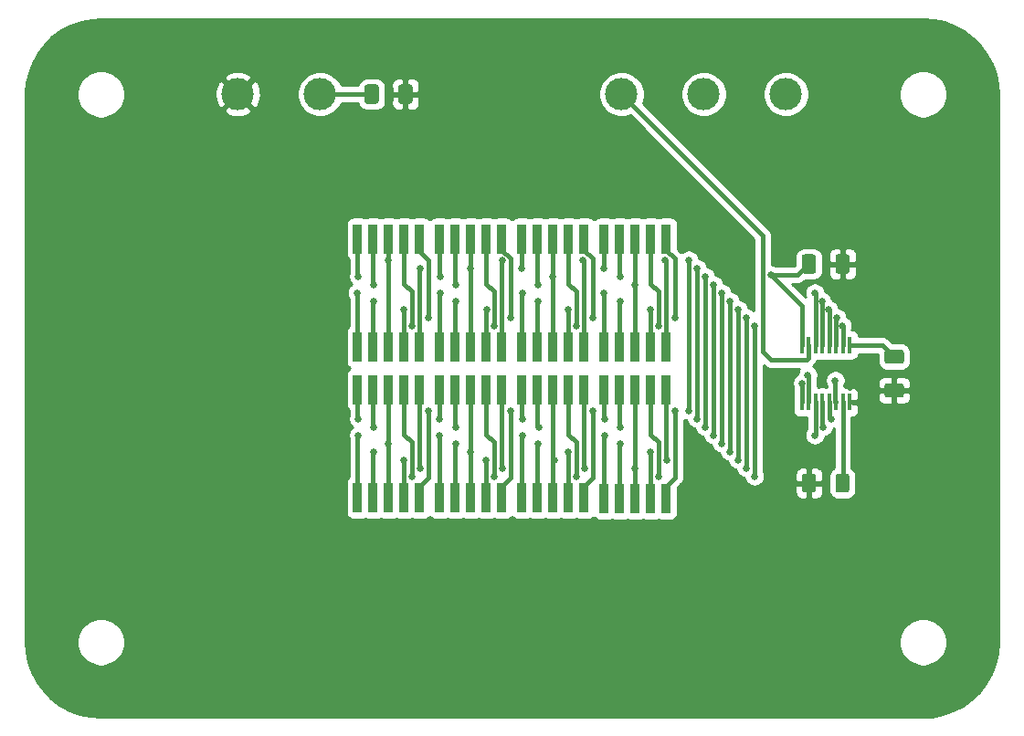
<source format=gbr>
%TF.GenerationSoftware,KiCad,Pcbnew,5.1.9+dfsg1-1*%
%TF.CreationDate,2021-03-24T19:05:18-05:00*%
%TF.ProjectId,7seg-prototype,37736567-2d70-4726-9f74-6f747970652e,1.0.0*%
%TF.SameCoordinates,Original*%
%TF.FileFunction,Copper,L1,Top*%
%TF.FilePolarity,Positive*%
%FSLAX46Y46*%
G04 Gerber Fmt 4.6, Leading zero omitted, Abs format (unit mm)*
G04 Created by KiCad (PCBNEW 5.1.9+dfsg1-1) date 2021-03-24 19:05:18*
%MOMM*%
%LPD*%
G01*
G04 APERTURE LIST*
%TA.AperFunction,SMDPad,CuDef*%
%ADD10R,0.410000X1.600000*%
%TD*%
%TA.AperFunction,SMDPad,CuDef*%
%ADD11R,0.900000X2.800000*%
%TD*%
%TA.AperFunction,ComponentPad*%
%ADD12C,3.000000*%
%TD*%
%TA.AperFunction,ViaPad*%
%ADD13C,0.635000*%
%TD*%
%TA.AperFunction,Conductor*%
%ADD14C,0.381000*%
%TD*%
%TA.AperFunction,Conductor*%
%ADD15C,0.254000*%
%TD*%
%TA.AperFunction,Conductor*%
%ADD16C,0.100000*%
%TD*%
G04 APERTURE END LIST*
D10*
%TO.P,U3,16*%
%TO.N,+VDC*%
X128460500Y-86753700D03*
%TO.P,U3,15*%
%TO.N,Net-(J3-Pad1)*%
X129095500Y-86753700D03*
%TO.P,U3,14*%
%TO.N,/SEG4*%
X129730500Y-86753700D03*
%TO.P,U3,13*%
%TO.N,/SEG5*%
X130365500Y-86753700D03*
%TO.P,U3,12*%
%TO.N,/SEG6*%
X131000500Y-86753700D03*
%TO.P,U3,11*%
%TO.N,/SEG7*%
X131635500Y-86753700D03*
%TO.P,U3,10*%
%TO.N,/SEG8*%
X132270500Y-86753700D03*
%TO.P,U3,9*%
%TO.N,Net-(C3-Pad1)*%
X132905500Y-86753700D03*
%TO.P,U3,8*%
%TO.N,GND*%
X132905500Y-92062300D03*
%TO.P,U3,7*%
%TO.N,Net-(R2-Pad1)*%
X132270500Y-92062300D03*
%TO.P,U3,6*%
%TO.N,/SEG0*%
X131635500Y-92062300D03*
%TO.P,U3,5*%
%TO.N,/SEG1*%
X131000500Y-92062300D03*
%TO.P,U3,4*%
%TO.N,/SEG2*%
X130365500Y-92062300D03*
%TO.P,U3,3*%
%TO.N,/SEG3*%
X129730500Y-92062300D03*
%TO.P,U3,2*%
%TO.N,Net-(J4-Pad1)*%
X129095500Y-92062300D03*
%TO.P,U3,1*%
%TO.N,Net-(J5-Pad1)*%
X128460500Y-92062300D03*
%TD*%
D11*
%TO.P,D2,10*%
%TO.N,/SEG1*%
X102530000Y-76915000D03*
%TO.P,D2,9*%
%TO.N,/SEG3*%
X103970000Y-76915000D03*
%TO.P,D2,8*%
%TO.N,/SEG2*%
X105410000Y-76915000D03*
%TO.P,D2,7*%
%TO.N,/SEG8*%
X106850000Y-76915000D03*
%TO.P,D2,6*%
%TO.N,/SEG7*%
X108290000Y-76915000D03*
%TO.P,D2,5*%
%TO.N,/SEG0*%
X108290000Y-86915000D03*
%TO.P,D2,4*%
%TO.N,/SEG6*%
X106850000Y-86915000D03*
%TO.P,D2,3*%
%TO.N,/SEG2*%
X105410000Y-86915000D03*
%TO.P,D2,2*%
%TO.N,/SEG5*%
X103970000Y-86915000D03*
%TO.P,D2,1*%
%TO.N,/SEG4*%
X102530000Y-86915000D03*
%TD*%
D12*
%TO.P,J5,1*%
%TO.N,Net-(J5-Pad1)*%
X127000000Y-63500000D03*
%TD*%
%TO.P,J4,1*%
%TO.N,Net-(J4-Pad1)*%
X119380000Y-63500000D03*
%TD*%
%TO.P,J3,1*%
%TO.N,Net-(J3-Pad1)*%
X111760000Y-63500000D03*
%TD*%
%TO.P,J2,1*%
%TO.N,+VDC*%
X83820000Y-63500000D03*
%TD*%
%TO.P,J1,1*%
%TO.N,GND*%
X76200000Y-63500000D03*
%TD*%
D11*
%TO.P,D7,10*%
%TO.N,/SEG1*%
X110150000Y-90965000D03*
%TO.P,D7,9*%
%TO.N,/SEG2*%
X111590000Y-90965000D03*
%TO.P,D7,8*%
%TO.N,/SEG7*%
X113030000Y-90965000D03*
%TO.P,D7,7*%
%TO.N,/SEG8*%
X114470000Y-90965000D03*
%TO.P,D7,6*%
%TO.N,/SEG6*%
X115910000Y-90965000D03*
%TO.P,D7,5*%
%TO.N,/SEG0*%
X115910000Y-100965000D03*
%TO.P,D7,4*%
%TO.N,/SEG5*%
X114470000Y-100965000D03*
%TO.P,D7,3*%
%TO.N,/SEG7*%
X113030000Y-100965000D03*
%TO.P,D7,2*%
%TO.N,/SEG4*%
X111590000Y-100965000D03*
%TO.P,D7,1*%
%TO.N,/SEG3*%
X110150000Y-100965000D03*
%TD*%
%TO.P,D6,10*%
%TO.N,/SEG1*%
X102530000Y-90885000D03*
%TO.P,D6,9*%
%TO.N,/SEG2*%
X103970000Y-90885000D03*
%TO.P,D6,8*%
%TO.N,/SEG6*%
X105410000Y-90885000D03*
%TO.P,D6,7*%
%TO.N,/SEG8*%
X106850000Y-90885000D03*
%TO.P,D6,6*%
%TO.N,/SEG7*%
X108290000Y-90885000D03*
%TO.P,D6,5*%
%TO.N,/SEG0*%
X108290000Y-100885000D03*
%TO.P,D6,4*%
%TO.N,/SEG5*%
X106850000Y-100885000D03*
%TO.P,D6,3*%
%TO.N,/SEG6*%
X105410000Y-100885000D03*
%TO.P,D6,2*%
%TO.N,/SEG4*%
X103970000Y-100885000D03*
%TO.P,D6,1*%
%TO.N,/SEG3*%
X102530000Y-100885000D03*
%TD*%
%TO.P,D5,10*%
%TO.N,/SEG1*%
X94910000Y-90885000D03*
%TO.P,D5,9*%
%TO.N,/SEG2*%
X96350000Y-90885000D03*
%TO.P,D5,8*%
%TO.N,/SEG5*%
X97790000Y-90885000D03*
%TO.P,D5,7*%
%TO.N,/SEG8*%
X99230000Y-90885000D03*
%TO.P,D5,6*%
%TO.N,/SEG7*%
X100670000Y-90885000D03*
%TO.P,D5,5*%
%TO.N,/SEG0*%
X100670000Y-100885000D03*
%TO.P,D5,4*%
%TO.N,/SEG6*%
X99230000Y-100885000D03*
%TO.P,D5,3*%
%TO.N,/SEG5*%
X97790000Y-100885000D03*
%TO.P,D5,2*%
%TO.N,/SEG4*%
X96350000Y-100885000D03*
%TO.P,D5,1*%
%TO.N,/SEG3*%
X94910000Y-100885000D03*
%TD*%
%TO.P,D4,10*%
%TO.N,/SEG1*%
X87290000Y-90885000D03*
%TO.P,D4,9*%
%TO.N,/SEG2*%
X88730000Y-90885000D03*
%TO.P,D4,8*%
%TO.N,/SEG4*%
X90170000Y-90885000D03*
%TO.P,D4,7*%
%TO.N,/SEG8*%
X91610000Y-90885000D03*
%TO.P,D4,6*%
%TO.N,/SEG7*%
X93050000Y-90885000D03*
%TO.P,D4,5*%
%TO.N,/SEG0*%
X93050000Y-100885000D03*
%TO.P,D4,4*%
%TO.N,/SEG6*%
X91610000Y-100885000D03*
%TO.P,D4,3*%
%TO.N,/SEG4*%
X90170000Y-100885000D03*
%TO.P,D4,2*%
%TO.N,/SEG5*%
X88730000Y-100885000D03*
%TO.P,D4,1*%
%TO.N,/SEG3*%
X87290000Y-100885000D03*
%TD*%
%TO.P,D3,10*%
%TO.N,/SEG1*%
X110150000Y-76915000D03*
%TO.P,D3,9*%
%TO.N,/SEG2*%
X111590000Y-76915000D03*
%TO.P,D3,8*%
%TO.N,/SEG3*%
X113030000Y-76915000D03*
%TO.P,D3,7*%
%TO.N,/SEG8*%
X114470000Y-76915000D03*
%TO.P,D3,6*%
%TO.N,/SEG7*%
X115910000Y-76915000D03*
%TO.P,D3,5*%
%TO.N,/SEG0*%
X115910000Y-86915000D03*
%TO.P,D3,4*%
%TO.N,/SEG6*%
X114470000Y-86915000D03*
%TO.P,D3,3*%
%TO.N,/SEG3*%
X113030000Y-86915000D03*
%TO.P,D3,2*%
%TO.N,/SEG5*%
X111590000Y-86915000D03*
%TO.P,D3,1*%
%TO.N,/SEG4*%
X110150000Y-86915000D03*
%TD*%
%TO.P,D1,10*%
%TO.N,/SEG2*%
X94910000Y-76915000D03*
%TO.P,D1,9*%
%TO.N,/SEG3*%
X96350000Y-76915000D03*
%TO.P,D1,8*%
%TO.N,/SEG1*%
X97790000Y-76915000D03*
%TO.P,D1,7*%
%TO.N,/SEG8*%
X99230000Y-76915000D03*
%TO.P,D1,6*%
%TO.N,/SEG7*%
X100670000Y-76915000D03*
%TO.P,D1,5*%
%TO.N,/SEG0*%
X100670000Y-86915000D03*
%TO.P,D1,4*%
%TO.N,/SEG6*%
X99230000Y-86915000D03*
%TO.P,D1,3*%
%TO.N,/SEG1*%
X97790000Y-86915000D03*
%TO.P,D1,2*%
%TO.N,/SEG5*%
X96350000Y-86915000D03*
%TO.P,D1,1*%
%TO.N,/SEG4*%
X94910000Y-86915000D03*
%TD*%
%TO.P,D0,10*%
%TO.N,/SEG2*%
X87290000Y-76915000D03*
%TO.P,D0,9*%
%TO.N,/SEG3*%
X88730000Y-76915000D03*
%TO.P,D0,8*%
%TO.N,/SEG0*%
X90170000Y-76915000D03*
%TO.P,D0,7*%
%TO.N,/SEG8*%
X91610000Y-76915000D03*
%TO.P,D0,6*%
%TO.N,/SEG7*%
X93050000Y-76915000D03*
%TO.P,D0,5*%
%TO.N,/SEG1*%
X93050000Y-86915000D03*
%TO.P,D0,4*%
%TO.N,/SEG6*%
X91610000Y-86915000D03*
%TO.P,D0,3*%
%TO.N,/SEG0*%
X90170000Y-86915000D03*
%TO.P,D0,2*%
%TO.N,/SEG5*%
X88730000Y-86915000D03*
%TO.P,D0,1*%
%TO.N,/SEG4*%
X87290000Y-86915000D03*
%TD*%
%TO.P,C1,2*%
%TO.N,GND*%
%TA.AperFunction,SMDPad,CuDef*%
G36*
G01*
X91070000Y-64150002D02*
X91070000Y-62849998D01*
G75*
G02*
X91319998Y-62600000I249998J0D01*
G01*
X92145002Y-62600000D01*
G75*
G02*
X92395000Y-62849998I0J-249998D01*
G01*
X92395000Y-64150002D01*
G75*
G02*
X92145002Y-64400000I-249998J0D01*
G01*
X91319998Y-64400000D01*
G75*
G02*
X91070000Y-64150002I0J249998D01*
G01*
G37*
%TD.AperFunction*%
%TO.P,C1,1*%
%TO.N,+VDC*%
%TA.AperFunction,SMDPad,CuDef*%
G36*
G01*
X87945000Y-64150002D02*
X87945000Y-62849998D01*
G75*
G02*
X88194998Y-62600000I249998J0D01*
G01*
X89020002Y-62600000D01*
G75*
G02*
X89270000Y-62849998I0J-249998D01*
G01*
X89270000Y-64150002D01*
G75*
G02*
X89020002Y-64400000I-249998J0D01*
G01*
X88194998Y-64400000D01*
G75*
G02*
X87945000Y-64150002I0J249998D01*
G01*
G37*
%TD.AperFunction*%
%TD*%
%TO.P,R2,2*%
%TO.N,GND*%
%TA.AperFunction,SMDPad,CuDef*%
G36*
G01*
X129783000Y-98942999D02*
X129783000Y-100193001D01*
G75*
G02*
X129533001Y-100443000I-249999J0D01*
G01*
X128732999Y-100443000D01*
G75*
G02*
X128483000Y-100193001I0J249999D01*
G01*
X128483000Y-98942999D01*
G75*
G02*
X128732999Y-98693000I249999J0D01*
G01*
X129533001Y-98693000D01*
G75*
G02*
X129783000Y-98942999I0J-249999D01*
G01*
G37*
%TD.AperFunction*%
%TO.P,R2,1*%
%TO.N,Net-(R2-Pad1)*%
%TA.AperFunction,SMDPad,CuDef*%
G36*
G01*
X132883000Y-98942999D02*
X132883000Y-100193001D01*
G75*
G02*
X132633001Y-100443000I-249999J0D01*
G01*
X131832999Y-100443000D01*
G75*
G02*
X131583000Y-100193001I0J249999D01*
G01*
X131583000Y-98942999D01*
G75*
G02*
X131832999Y-98693000I249999J0D01*
G01*
X132633001Y-98693000D01*
G75*
G02*
X132883000Y-98942999I0J-249999D01*
G01*
G37*
%TD.AperFunction*%
%TD*%
%TO.P,C4,2*%
%TO.N,GND*%
%TA.AperFunction,SMDPad,CuDef*%
G36*
G01*
X131583000Y-79898002D02*
X131583000Y-78597998D01*
G75*
G02*
X131832998Y-78348000I249998J0D01*
G01*
X132658002Y-78348000D01*
G75*
G02*
X132908000Y-78597998I0J-249998D01*
G01*
X132908000Y-79898002D01*
G75*
G02*
X132658002Y-80148000I-249998J0D01*
G01*
X131832998Y-80148000D01*
G75*
G02*
X131583000Y-79898002I0J249998D01*
G01*
G37*
%TD.AperFunction*%
%TO.P,C4,1*%
%TO.N,+VDC*%
%TA.AperFunction,SMDPad,CuDef*%
G36*
G01*
X128458000Y-79898002D02*
X128458000Y-78597998D01*
G75*
G02*
X128707998Y-78348000I249998J0D01*
G01*
X129533002Y-78348000D01*
G75*
G02*
X129783000Y-78597998I0J-249998D01*
G01*
X129783000Y-79898002D01*
G75*
G02*
X129533002Y-80148000I-249998J0D01*
G01*
X128707998Y-80148000D01*
G75*
G02*
X128458000Y-79898002I0J249998D01*
G01*
G37*
%TD.AperFunction*%
%TD*%
%TO.P,C3,2*%
%TO.N,GND*%
%TA.AperFunction,SMDPad,CuDef*%
G36*
G01*
X136382998Y-90308000D02*
X137683002Y-90308000D01*
G75*
G02*
X137933000Y-90557998I0J-249998D01*
G01*
X137933000Y-91383002D01*
G75*
G02*
X137683002Y-91633000I-249998J0D01*
G01*
X136382998Y-91633000D01*
G75*
G02*
X136133000Y-91383002I0J249998D01*
G01*
X136133000Y-90557998D01*
G75*
G02*
X136382998Y-90308000I249998J0D01*
G01*
G37*
%TD.AperFunction*%
%TO.P,C3,1*%
%TO.N,Net-(C3-Pad1)*%
%TA.AperFunction,SMDPad,CuDef*%
G36*
G01*
X136382998Y-87183000D02*
X137683002Y-87183000D01*
G75*
G02*
X137933000Y-87432998I0J-249998D01*
G01*
X137933000Y-88258002D01*
G75*
G02*
X137683002Y-88508000I-249998J0D01*
G01*
X136382998Y-88508000D01*
G75*
G02*
X136133000Y-88258002I0J249998D01*
G01*
X136133000Y-87432998D01*
G75*
G02*
X136382998Y-87183000I249998J0D01*
G01*
G37*
%TD.AperFunction*%
%TD*%
D13*
%TO.N,+VDC*%
X125603000Y-80264000D03*
%TO.N,/SEG4*%
X87249000Y-81915000D03*
X94996000Y-81915000D03*
X110109000Y-81915000D03*
X102616000Y-81915000D03*
X90170000Y-95885000D03*
X104013000Y-95885000D03*
X96393000Y-95885000D03*
X111633000Y-95885000D03*
X121031000Y-95885000D03*
X121031000Y-81915000D03*
X129667000Y-81915000D03*
%TO.N,/SEG5*%
X88773000Y-82677000D03*
X96393000Y-82677000D03*
X111633000Y-82677000D03*
X104013000Y-82677000D03*
X106807000Y-96647000D03*
X114427000Y-96647000D03*
X97790000Y-96647000D03*
X88773000Y-96647000D03*
X121793000Y-96647000D03*
X121793000Y-82677000D03*
X130314700Y-82677000D03*
%TO.N,/SEG6*%
X91567000Y-83439000D03*
X99314000Y-83439000D03*
X106807000Y-83439000D03*
X114427000Y-83439000D03*
X91567000Y-97409000D03*
X99187000Y-97409000D03*
X105537000Y-97409000D03*
X115951000Y-97409000D03*
X122555000Y-97409000D03*
X122555000Y-83439000D03*
X130937000Y-83439000D03*
%TO.N,/SEG7*%
X116713000Y-84201000D03*
X109093000Y-84201000D03*
X93853000Y-84201000D03*
X101473000Y-84201000D03*
X93091000Y-98171000D03*
X113030000Y-98171000D03*
X108331000Y-98171000D03*
X123317000Y-98171000D03*
X123317000Y-84201000D03*
X131699000Y-84201000D03*
X100711000Y-98171000D03*
%TO.N,/SEG8*%
X115189000Y-98933000D03*
X107569000Y-98933000D03*
X99949000Y-98933000D03*
X115189000Y-84963000D03*
X107569000Y-84963000D03*
X99949000Y-84963000D03*
X92329000Y-84963000D03*
X92329000Y-98933000D03*
X124079000Y-98933000D03*
X124079000Y-84963000D03*
X132207000Y-84963000D03*
%TO.N,/SEG0*%
X116713000Y-92837000D03*
X109093000Y-92837000D03*
X101473000Y-92837000D03*
X90170000Y-78867000D03*
X100711000Y-78867000D03*
X115824000Y-78867000D03*
X108204000Y-78867000D03*
X93853000Y-92837000D03*
X117983000Y-78867000D03*
X117983000Y-92837000D03*
X131572000Y-90043000D03*
%TO.N,/SEG1*%
X93091000Y-79629000D03*
X97790000Y-79629000D03*
X110109000Y-79629000D03*
X102489000Y-79629000D03*
X87376000Y-93599000D03*
X94869000Y-93599000D03*
X102616000Y-93599000D03*
X110236000Y-93599000D03*
X118745000Y-93599000D03*
X118745000Y-79629000D03*
X131191000Y-93599000D03*
%TO.N,/SEG2*%
X87376000Y-80391000D03*
X94996000Y-80391000D03*
X111633000Y-80391000D03*
X105410000Y-80391000D03*
X88773000Y-94361000D03*
X96393000Y-94361000D03*
X104140000Y-94361000D03*
X111633000Y-94361000D03*
X119507000Y-94361000D03*
X119507000Y-80391000D03*
X130429000Y-94361000D03*
%TO.N,/SEG3*%
X88773000Y-81153000D03*
X96393000Y-81153000D03*
X113030000Y-81153000D03*
X104013000Y-81153000D03*
X102616000Y-95123000D03*
X87376000Y-95123000D03*
X94869000Y-95123000D03*
X110236000Y-95123000D03*
X120269000Y-95123000D03*
X120269000Y-81153000D03*
X129667000Y-95123000D03*
%TO.N,Net-(J4-Pad1)*%
X129032000Y-89535000D03*
%TO.N,Net-(J5-Pad1)*%
X128524000Y-90297000D03*
%TD*%
D14*
%TO.N,GND*%
X137033000Y-90970500D02*
X135343500Y-90970500D01*
X134251700Y-92062300D02*
X132905500Y-92062300D01*
X135343500Y-90970500D02*
X134251700Y-92062300D01*
%TO.N,+VDC*%
X88607500Y-63500000D02*
X83820000Y-63500000D01*
X128460500Y-83121500D02*
X125603000Y-80264000D01*
X128460500Y-86753700D02*
X128460500Y-83121500D01*
X128104500Y-80264000D02*
X129120500Y-79248000D01*
X125603000Y-80264000D02*
X128104500Y-80264000D01*
%TO.N,Net-(C3-Pad1)*%
X135941200Y-86753700D02*
X137033000Y-87845500D01*
X132905500Y-86753700D02*
X135941200Y-86753700D01*
%TO.N,Net-(R2-Pad1)*%
X132270500Y-99530500D02*
X132233000Y-99568000D01*
X132270500Y-92062300D02*
X132270500Y-99530500D01*
%TO.N,Net-(J3-Pad1)*%
X129095500Y-87947500D02*
X129095500Y-86753700D01*
X125603000Y-88138000D02*
X128905000Y-88138000D01*
X124841000Y-87376000D02*
X125603000Y-88138000D01*
X124841000Y-76581000D02*
X124841000Y-87376000D01*
X128905000Y-88138000D02*
X129095500Y-87947500D01*
X111760000Y-63500000D02*
X124841000Y-76581000D01*
%TO.N,/SEG4*%
X87290000Y-86915000D02*
X87290000Y-81956000D01*
X87290000Y-81956000D02*
X87249000Y-81915000D01*
X94910000Y-82001000D02*
X94996000Y-81915000D01*
X94910000Y-86915000D02*
X94910000Y-82001000D01*
X110150000Y-81956000D02*
X110109000Y-81915000D01*
X110150000Y-86915000D02*
X110150000Y-81956000D01*
X102530000Y-82001000D02*
X102616000Y-81915000D01*
X102530000Y-86915000D02*
X102530000Y-82001000D01*
X90170000Y-90885000D02*
X90170000Y-95885000D01*
X103970000Y-95928000D02*
X104013000Y-95885000D01*
X103970000Y-100885000D02*
X103970000Y-95928000D01*
X90170000Y-100885000D02*
X90170000Y-95885000D01*
X96350000Y-95928000D02*
X96393000Y-95885000D01*
X96350000Y-100885000D02*
X96350000Y-95928000D01*
X111590000Y-95928000D02*
X111633000Y-95885000D01*
X111590000Y-100965000D02*
X111590000Y-95928000D01*
X121031000Y-95885000D02*
X121031000Y-81915000D01*
X129730500Y-81978500D02*
X129667000Y-81915000D01*
X129730500Y-86753700D02*
X129730500Y-81978500D01*
%TO.N,/SEG5*%
X88730000Y-82720000D02*
X88773000Y-82677000D01*
X88730000Y-86915000D02*
X88730000Y-82720000D01*
X96350000Y-82720000D02*
X96393000Y-82677000D01*
X96350000Y-86915000D02*
X96350000Y-82720000D01*
X111590000Y-82720000D02*
X111633000Y-82677000D01*
X111590000Y-86915000D02*
X111590000Y-82720000D01*
X103970000Y-82720000D02*
X104013000Y-82677000D01*
X103970000Y-86915000D02*
X103970000Y-82720000D01*
X106850000Y-100885000D02*
X106850000Y-96690000D01*
X106850000Y-96690000D02*
X106807000Y-96647000D01*
X114470000Y-96690000D02*
X114427000Y-96647000D01*
X114470000Y-100965000D02*
X114470000Y-96690000D01*
X97790000Y-100885000D02*
X97790000Y-96647000D01*
X97790000Y-90885000D02*
X97790000Y-96647000D01*
X88730000Y-96690000D02*
X88773000Y-96647000D01*
X88730000Y-100885000D02*
X88730000Y-96690000D01*
X121793000Y-96647000D02*
X121793000Y-82677000D01*
X130365500Y-86753700D02*
X130365500Y-83629500D01*
X130314700Y-83578700D02*
X130314700Y-82677000D01*
X130365500Y-83629500D02*
X130314700Y-83578700D01*
%TO.N,/SEG6*%
X91610000Y-86915000D02*
X91610000Y-83482000D01*
X91610000Y-83482000D02*
X91567000Y-83439000D01*
X99230000Y-83523000D02*
X99314000Y-83439000D01*
X99230000Y-86915000D02*
X99230000Y-83523000D01*
X106850000Y-83482000D02*
X106807000Y-83439000D01*
X106850000Y-86915000D02*
X106850000Y-83482000D01*
X114470000Y-83482000D02*
X114427000Y-83439000D01*
X114470000Y-86915000D02*
X114470000Y-83482000D01*
X91610000Y-97452000D02*
X91567000Y-97409000D01*
X91610000Y-100885000D02*
X91610000Y-97452000D01*
X99230000Y-97452000D02*
X99187000Y-97409000D01*
X99230000Y-100885000D02*
X99230000Y-97452000D01*
X105410000Y-97536000D02*
X105537000Y-97409000D01*
X105410000Y-100885000D02*
X105410000Y-97536000D01*
X105410000Y-97282000D02*
X105537000Y-97409000D01*
X105410000Y-90885000D02*
X105410000Y-97282000D01*
X115910000Y-97368000D02*
X115951000Y-97409000D01*
X115910000Y-90965000D02*
X115910000Y-97368000D01*
X122555000Y-97409000D02*
X122555000Y-83439000D01*
X131000500Y-83502500D02*
X130937000Y-83439000D01*
X131000500Y-86753700D02*
X131000500Y-83502500D01*
%TO.N,/SEG7*%
X116713000Y-78740000D02*
X116713000Y-84201000D01*
X115910000Y-77937000D02*
X116713000Y-78740000D01*
X109093000Y-78740000D02*
X109093000Y-84201000D01*
X108290000Y-77937000D02*
X109093000Y-78740000D01*
X93050000Y-76915000D02*
X93050000Y-78064000D01*
X93853000Y-78867000D02*
X93853000Y-84201000D01*
X93050000Y-78064000D02*
X93853000Y-78867000D01*
X100670000Y-76915000D02*
X100670000Y-77937000D01*
X100670000Y-77937000D02*
X101473000Y-78740000D01*
X101473000Y-78740000D02*
X101473000Y-84201000D01*
X93050000Y-98130000D02*
X93091000Y-98171000D01*
X93050000Y-90885000D02*
X93050000Y-98130000D01*
X113030000Y-90965000D02*
X113030000Y-98171000D01*
X113030000Y-100965000D02*
X113030000Y-98171000D01*
X108290000Y-90885000D02*
X108290000Y-98130000D01*
X108290000Y-98130000D02*
X108331000Y-98171000D01*
X123317000Y-98171000D02*
X123317000Y-84201000D01*
X131622799Y-86740999D02*
X131635500Y-86753700D01*
X131622799Y-84277201D02*
X131622799Y-86740999D01*
X131699000Y-84201000D02*
X131622799Y-84277201D01*
X100670000Y-98130000D02*
X100711000Y-98171000D01*
X100670000Y-90885000D02*
X100670000Y-98130000D01*
%TO.N,/SEG8*%
X114470000Y-90885000D02*
X114470000Y-95039000D01*
X115189000Y-95758000D02*
X115189000Y-98933000D01*
X114470000Y-95039000D02*
X115189000Y-95758000D01*
X106850000Y-90885000D02*
X106850000Y-95039000D01*
X107569000Y-95758000D02*
X107569000Y-98933000D01*
X106850000Y-95039000D02*
X107569000Y-95758000D01*
X92329000Y-95758000D02*
X92329000Y-98933000D01*
X91610000Y-90885000D02*
X91610000Y-95039000D01*
X91610000Y-95039000D02*
X92329000Y-95758000D01*
X115189000Y-81788000D02*
X115189000Y-84963000D01*
X114470000Y-76915000D02*
X114470000Y-81069000D01*
X114470000Y-81069000D02*
X115189000Y-81788000D01*
X107569000Y-81788000D02*
X107569000Y-84963000D01*
X106850000Y-76915000D02*
X106850000Y-81069000D01*
X106850000Y-81069000D02*
X107569000Y-81788000D01*
X99949000Y-81788000D02*
X99949000Y-84963000D01*
X99230000Y-76915000D02*
X99230000Y-81069000D01*
X99230000Y-81069000D02*
X99949000Y-81788000D01*
X91610000Y-76915000D02*
X91610000Y-81069000D01*
X92329000Y-81788000D02*
X92329000Y-84963000D01*
X91610000Y-81069000D02*
X92329000Y-81788000D01*
X99949000Y-95758000D02*
X99949000Y-98933000D01*
X99230000Y-90885000D02*
X99230000Y-95039000D01*
X99230000Y-95039000D02*
X99949000Y-95758000D01*
X124079000Y-98933000D02*
X124079000Y-84963000D01*
X132270500Y-85026500D02*
X132207000Y-84963000D01*
X132270500Y-86753700D02*
X132270500Y-85026500D01*
%TO.N,/SEG0*%
X115910000Y-99863000D02*
X116713000Y-99060000D01*
X116713000Y-99060000D02*
X116713000Y-92837000D01*
X109093000Y-99060000D02*
X109093000Y-92837000D01*
X108290000Y-99863000D02*
X109093000Y-99060000D01*
X101473000Y-99060000D02*
X101473000Y-92837000D01*
X100670000Y-99863000D02*
X101473000Y-99060000D01*
X90170000Y-76915000D02*
X90170000Y-78867000D01*
X90170000Y-86915000D02*
X90170000Y-78867000D01*
X100670000Y-78908000D02*
X100711000Y-78867000D01*
X100670000Y-86915000D02*
X100670000Y-78908000D01*
X115910000Y-78953000D02*
X115824000Y-78867000D01*
X115910000Y-86915000D02*
X115910000Y-78953000D01*
X108290000Y-78953000D02*
X108204000Y-78867000D01*
X108290000Y-86915000D02*
X108290000Y-78953000D01*
X93050000Y-100885000D02*
X93171000Y-100885000D01*
X93050000Y-100885000D02*
X93050000Y-99863000D01*
X93853000Y-99060000D02*
X93853000Y-92837000D01*
X93050000Y-99863000D02*
X93853000Y-99060000D01*
X117983000Y-78867000D02*
X117983000Y-92837000D01*
X131572000Y-91998800D02*
X131635500Y-92062300D01*
X131572000Y-90043000D02*
X131572000Y-91998800D01*
X115910000Y-100965000D02*
X115910000Y-99863000D01*
%TO.N,/SEG1*%
X93050000Y-86915000D02*
X93050000Y-79670000D01*
X93050000Y-79670000D02*
X93091000Y-79629000D01*
X97790000Y-86915000D02*
X97790000Y-79629000D01*
X97790000Y-79629000D02*
X97790000Y-76915000D01*
X110150000Y-79588000D02*
X110109000Y-79629000D01*
X110150000Y-76915000D02*
X110150000Y-79588000D01*
X102530000Y-79588000D02*
X102489000Y-79629000D01*
X102530000Y-76915000D02*
X102530000Y-79588000D01*
X87290000Y-93513000D02*
X87376000Y-93599000D01*
X87290000Y-90885000D02*
X87290000Y-93513000D01*
X94910000Y-93558000D02*
X94869000Y-93599000D01*
X94910000Y-90885000D02*
X94910000Y-93558000D01*
X102530000Y-93513000D02*
X102616000Y-93599000D01*
X102530000Y-90885000D02*
X102530000Y-93513000D01*
X110150000Y-93513000D02*
X110236000Y-93599000D01*
X110150000Y-90965000D02*
X110150000Y-93513000D01*
X118745000Y-93599000D02*
X118745000Y-79629000D01*
X131000500Y-93408500D02*
X131191000Y-93599000D01*
X131000500Y-92062300D02*
X131000500Y-93408500D01*
%TO.N,/SEG2*%
X87290000Y-80305000D02*
X87376000Y-80391000D01*
X87290000Y-76915000D02*
X87290000Y-80305000D01*
X94910000Y-80305000D02*
X94996000Y-80391000D01*
X94910000Y-76915000D02*
X94910000Y-80305000D01*
X111590000Y-80348000D02*
X111633000Y-80391000D01*
X111590000Y-76915000D02*
X111590000Y-80348000D01*
X105410000Y-76915000D02*
X105410000Y-80391000D01*
X105410000Y-86915000D02*
X105410000Y-80391000D01*
X88730000Y-94318000D02*
X88773000Y-94361000D01*
X88730000Y-90885000D02*
X88730000Y-94318000D01*
X96350000Y-94318000D02*
X96393000Y-94361000D01*
X96350000Y-90885000D02*
X96350000Y-94318000D01*
X103970000Y-94191000D02*
X104140000Y-94361000D01*
X103970000Y-90885000D02*
X103970000Y-94191000D01*
X111590000Y-94318000D02*
X111633000Y-94361000D01*
X111590000Y-90965000D02*
X111590000Y-94318000D01*
X119507000Y-94361000D02*
X119507000Y-80391000D01*
X130365500Y-94297500D02*
X130429000Y-94361000D01*
X130365500Y-92062300D02*
X130365500Y-94297500D01*
%TO.N,/SEG3*%
X88730000Y-81110000D02*
X88773000Y-81153000D01*
X88730000Y-76915000D02*
X88730000Y-81110000D01*
X96350000Y-81110000D02*
X96393000Y-81153000D01*
X96350000Y-76915000D02*
X96350000Y-81110000D01*
X113030000Y-86915000D02*
X113030000Y-81153000D01*
X113030000Y-81153000D02*
X113030000Y-76915000D01*
X103970000Y-81110000D02*
X104013000Y-81153000D01*
X103970000Y-76915000D02*
X103970000Y-81110000D01*
X102530000Y-100885000D02*
X102530000Y-95209000D01*
X102530000Y-95209000D02*
X102616000Y-95123000D01*
X87290000Y-95209000D02*
X87376000Y-95123000D01*
X87290000Y-100885000D02*
X87290000Y-95209000D01*
X94910000Y-95164000D02*
X94869000Y-95123000D01*
X94910000Y-100885000D02*
X94910000Y-95164000D01*
X110150000Y-95209000D02*
X110236000Y-95123000D01*
X110150000Y-100965000D02*
X110150000Y-95209000D01*
X120269000Y-95123000D02*
X120269000Y-81153000D01*
X129730500Y-95059500D02*
X129667000Y-95123000D01*
X129730500Y-92062300D02*
X129730500Y-95059500D01*
%TO.N,Net-(J4-Pad1)*%
X129108201Y-89611201D02*
X129032000Y-89535000D01*
X129108201Y-92049599D02*
X129108201Y-89611201D01*
X129095500Y-92062300D02*
X129108201Y-92049599D01*
%TO.N,Net-(J5-Pad1)*%
X128460500Y-92062300D02*
X128460500Y-90360500D01*
X128460500Y-90360500D02*
X128524000Y-90297000D01*
%TD*%
D15*
%TO.N,GND*%
X140704470Y-56614617D02*
X141687898Y-56831739D01*
X142629675Y-57188546D01*
X143510095Y-57677575D01*
X144310687Y-58288569D01*
X145014694Y-59008732D01*
X145607370Y-59822987D01*
X146076296Y-60714269D01*
X146411647Y-61663900D01*
X146607127Y-62655692D01*
X146660000Y-63520164D01*
X146660001Y-114276080D01*
X146585382Y-115304470D01*
X146368262Y-116287896D01*
X146011454Y-117229675D01*
X145522424Y-118110095D01*
X144911435Y-118910684D01*
X144191268Y-119614694D01*
X143377013Y-120207370D01*
X142485731Y-120676296D01*
X141536099Y-121011647D01*
X140544309Y-121207127D01*
X139679835Y-121260000D01*
X63523906Y-121260000D01*
X62495530Y-121185382D01*
X61512104Y-120968262D01*
X60570325Y-120611454D01*
X59689905Y-120122424D01*
X58889316Y-119511435D01*
X58185306Y-118791268D01*
X57592630Y-117977013D01*
X57123704Y-117085731D01*
X56788353Y-116136099D01*
X56592873Y-115144309D01*
X56540000Y-114279835D01*
X56540000Y-114079872D01*
X61265000Y-114079872D01*
X61265000Y-114520128D01*
X61350890Y-114951925D01*
X61519369Y-115358669D01*
X61763962Y-115724729D01*
X62075271Y-116036038D01*
X62441331Y-116280631D01*
X62848075Y-116449110D01*
X63279872Y-116535000D01*
X63720128Y-116535000D01*
X64151925Y-116449110D01*
X64558669Y-116280631D01*
X64924729Y-116036038D01*
X65236038Y-115724729D01*
X65480631Y-115358669D01*
X65649110Y-114951925D01*
X65735000Y-114520128D01*
X65735000Y-114079872D01*
X137465000Y-114079872D01*
X137465000Y-114520128D01*
X137550890Y-114951925D01*
X137719369Y-115358669D01*
X137963962Y-115724729D01*
X138275271Y-116036038D01*
X138641331Y-116280631D01*
X139048075Y-116449110D01*
X139479872Y-116535000D01*
X139920128Y-116535000D01*
X140351925Y-116449110D01*
X140758669Y-116280631D01*
X141124729Y-116036038D01*
X141436038Y-115724729D01*
X141680631Y-115358669D01*
X141849110Y-114951925D01*
X141935000Y-114520128D01*
X141935000Y-114079872D01*
X141849110Y-113648075D01*
X141680631Y-113241331D01*
X141436038Y-112875271D01*
X141124729Y-112563962D01*
X140758669Y-112319369D01*
X140351925Y-112150890D01*
X139920128Y-112065000D01*
X139479872Y-112065000D01*
X139048075Y-112150890D01*
X138641331Y-112319369D01*
X138275271Y-112563962D01*
X137963962Y-112875271D01*
X137719369Y-113241331D01*
X137550890Y-113648075D01*
X137465000Y-114079872D01*
X65735000Y-114079872D01*
X65649110Y-113648075D01*
X65480631Y-113241331D01*
X65236038Y-112875271D01*
X64924729Y-112563962D01*
X64558669Y-112319369D01*
X64151925Y-112150890D01*
X63720128Y-112065000D01*
X63279872Y-112065000D01*
X62848075Y-112150890D01*
X62441331Y-112319369D01*
X62075271Y-112563962D01*
X61763962Y-112875271D01*
X61519369Y-113241331D01*
X61350890Y-113648075D01*
X61265000Y-114079872D01*
X56540000Y-114079872D01*
X56540000Y-75515000D01*
X86201928Y-75515000D01*
X86201928Y-78315000D01*
X86214188Y-78439482D01*
X86250498Y-78559180D01*
X86309463Y-78669494D01*
X86388815Y-78766185D01*
X86464501Y-78828298D01*
X86464501Y-80102551D01*
X86460104Y-80113166D01*
X86423500Y-80297187D01*
X86423500Y-80484813D01*
X86460104Y-80668834D01*
X86531905Y-80842178D01*
X86636145Y-80998184D01*
X86744497Y-81106536D01*
X86641816Y-81175145D01*
X86509145Y-81307816D01*
X86404905Y-81463822D01*
X86333104Y-81637166D01*
X86296500Y-81821187D01*
X86296500Y-82008813D01*
X86333104Y-82192834D01*
X86404905Y-82366178D01*
X86464501Y-82455369D01*
X86464500Y-85001702D01*
X86388815Y-85063815D01*
X86309463Y-85160506D01*
X86250498Y-85270820D01*
X86214188Y-85390518D01*
X86201928Y-85515000D01*
X86201928Y-88315000D01*
X86214188Y-88439482D01*
X86250498Y-88559180D01*
X86309463Y-88669494D01*
X86388815Y-88766185D01*
X86485506Y-88845537D01*
X86587397Y-88900000D01*
X86485506Y-88954463D01*
X86388815Y-89033815D01*
X86309463Y-89130506D01*
X86250498Y-89240820D01*
X86214188Y-89360518D01*
X86201928Y-89485000D01*
X86201928Y-92285000D01*
X86214188Y-92409482D01*
X86250498Y-92529180D01*
X86309463Y-92639494D01*
X86388815Y-92736185D01*
X86464501Y-92798298D01*
X86464501Y-93310551D01*
X86460104Y-93321166D01*
X86423500Y-93505187D01*
X86423500Y-93692813D01*
X86460104Y-93876834D01*
X86531905Y-94050178D01*
X86636145Y-94206184D01*
X86768816Y-94338855D01*
X86801958Y-94361000D01*
X86768816Y-94383145D01*
X86636145Y-94515816D01*
X86531905Y-94671822D01*
X86460104Y-94845166D01*
X86423500Y-95029187D01*
X86423500Y-95216813D01*
X86460104Y-95400834D01*
X86464501Y-95411449D01*
X86464500Y-98971702D01*
X86388815Y-99033815D01*
X86309463Y-99130506D01*
X86250498Y-99240820D01*
X86214188Y-99360518D01*
X86201928Y-99485000D01*
X86201928Y-102285000D01*
X86214188Y-102409482D01*
X86250498Y-102529180D01*
X86309463Y-102639494D01*
X86388815Y-102736185D01*
X86485506Y-102815537D01*
X86595820Y-102874502D01*
X86715518Y-102910812D01*
X86840000Y-102923072D01*
X87740000Y-102923072D01*
X87864482Y-102910812D01*
X87984180Y-102874502D01*
X88010000Y-102860701D01*
X88035820Y-102874502D01*
X88155518Y-102910812D01*
X88280000Y-102923072D01*
X89180000Y-102923072D01*
X89304482Y-102910812D01*
X89424180Y-102874502D01*
X89450000Y-102860701D01*
X89475820Y-102874502D01*
X89595518Y-102910812D01*
X89720000Y-102923072D01*
X90620000Y-102923072D01*
X90744482Y-102910812D01*
X90864180Y-102874502D01*
X90890000Y-102860701D01*
X90915820Y-102874502D01*
X91035518Y-102910812D01*
X91160000Y-102923072D01*
X92060000Y-102923072D01*
X92184482Y-102910812D01*
X92304180Y-102874502D01*
X92330000Y-102860701D01*
X92355820Y-102874502D01*
X92475518Y-102910812D01*
X92600000Y-102923072D01*
X93500000Y-102923072D01*
X93624482Y-102910812D01*
X93744180Y-102874502D01*
X93854494Y-102815537D01*
X93951185Y-102736185D01*
X93980000Y-102701074D01*
X94008815Y-102736185D01*
X94105506Y-102815537D01*
X94215820Y-102874502D01*
X94335518Y-102910812D01*
X94460000Y-102923072D01*
X95360000Y-102923072D01*
X95484482Y-102910812D01*
X95604180Y-102874502D01*
X95630000Y-102860701D01*
X95655820Y-102874502D01*
X95775518Y-102910812D01*
X95900000Y-102923072D01*
X96800000Y-102923072D01*
X96924482Y-102910812D01*
X97044180Y-102874502D01*
X97070000Y-102860701D01*
X97095820Y-102874502D01*
X97215518Y-102910812D01*
X97340000Y-102923072D01*
X98240000Y-102923072D01*
X98364482Y-102910812D01*
X98484180Y-102874502D01*
X98510000Y-102860701D01*
X98535820Y-102874502D01*
X98655518Y-102910812D01*
X98780000Y-102923072D01*
X99680000Y-102923072D01*
X99804482Y-102910812D01*
X99924180Y-102874502D01*
X99950000Y-102860701D01*
X99975820Y-102874502D01*
X100095518Y-102910812D01*
X100220000Y-102923072D01*
X101120000Y-102923072D01*
X101244482Y-102910812D01*
X101364180Y-102874502D01*
X101474494Y-102815537D01*
X101571185Y-102736185D01*
X101600000Y-102701074D01*
X101628815Y-102736185D01*
X101725506Y-102815537D01*
X101835820Y-102874502D01*
X101955518Y-102910812D01*
X102080000Y-102923072D01*
X102980000Y-102923072D01*
X103104482Y-102910812D01*
X103224180Y-102874502D01*
X103250000Y-102860701D01*
X103275820Y-102874502D01*
X103395518Y-102910812D01*
X103520000Y-102923072D01*
X104420000Y-102923072D01*
X104544482Y-102910812D01*
X104664180Y-102874502D01*
X104690000Y-102860701D01*
X104715820Y-102874502D01*
X104835518Y-102910812D01*
X104960000Y-102923072D01*
X105860000Y-102923072D01*
X105984482Y-102910812D01*
X106104180Y-102874502D01*
X106130000Y-102860701D01*
X106155820Y-102874502D01*
X106275518Y-102910812D01*
X106400000Y-102923072D01*
X107300000Y-102923072D01*
X107424482Y-102910812D01*
X107544180Y-102874502D01*
X107570000Y-102860701D01*
X107595820Y-102874502D01*
X107715518Y-102910812D01*
X107840000Y-102923072D01*
X108740000Y-102923072D01*
X108864482Y-102910812D01*
X108984180Y-102874502D01*
X109094494Y-102815537D01*
X109186390Y-102740120D01*
X109248815Y-102816185D01*
X109345506Y-102895537D01*
X109455820Y-102954502D01*
X109575518Y-102990812D01*
X109700000Y-103003072D01*
X110600000Y-103003072D01*
X110724482Y-102990812D01*
X110844180Y-102954502D01*
X110870000Y-102940701D01*
X110895820Y-102954502D01*
X111015518Y-102990812D01*
X111140000Y-103003072D01*
X112040000Y-103003072D01*
X112164482Y-102990812D01*
X112284180Y-102954502D01*
X112310000Y-102940701D01*
X112335820Y-102954502D01*
X112455518Y-102990812D01*
X112580000Y-103003072D01*
X113480000Y-103003072D01*
X113604482Y-102990812D01*
X113724180Y-102954502D01*
X113750000Y-102940701D01*
X113775820Y-102954502D01*
X113895518Y-102990812D01*
X114020000Y-103003072D01*
X114920000Y-103003072D01*
X115044482Y-102990812D01*
X115164180Y-102954502D01*
X115190000Y-102940701D01*
X115215820Y-102954502D01*
X115335518Y-102990812D01*
X115460000Y-103003072D01*
X116360000Y-103003072D01*
X116484482Y-102990812D01*
X116604180Y-102954502D01*
X116714494Y-102895537D01*
X116811185Y-102816185D01*
X116890537Y-102719494D01*
X116949502Y-102609180D01*
X116985812Y-102489482D01*
X116998072Y-102365000D01*
X116998072Y-100443000D01*
X127844928Y-100443000D01*
X127857188Y-100567482D01*
X127893498Y-100687180D01*
X127952463Y-100797494D01*
X128031815Y-100894185D01*
X128128506Y-100973537D01*
X128238820Y-101032502D01*
X128358518Y-101068812D01*
X128483000Y-101081072D01*
X128847250Y-101078000D01*
X129006000Y-100919250D01*
X129006000Y-99695000D01*
X129260000Y-99695000D01*
X129260000Y-100919250D01*
X129418750Y-101078000D01*
X129783000Y-101081072D01*
X129907482Y-101068812D01*
X130027180Y-101032502D01*
X130137494Y-100973537D01*
X130234185Y-100894185D01*
X130313537Y-100797494D01*
X130372502Y-100687180D01*
X130408812Y-100567482D01*
X130421072Y-100443000D01*
X130418000Y-99853750D01*
X130259250Y-99695000D01*
X129260000Y-99695000D01*
X129006000Y-99695000D01*
X128006750Y-99695000D01*
X127848000Y-99853750D01*
X127844928Y-100443000D01*
X116998072Y-100443000D01*
X116998072Y-99942361D01*
X117268040Y-99672393D01*
X117299541Y-99646541D01*
X117386826Y-99540184D01*
X117402698Y-99520844D01*
X117445376Y-99441000D01*
X117479353Y-99377434D01*
X117526556Y-99221826D01*
X117538500Y-99100553D01*
X117538500Y-99100541D01*
X117542493Y-99060001D01*
X117538500Y-99019461D01*
X117538500Y-93683861D01*
X117705166Y-93752896D01*
X117808541Y-93773459D01*
X117829104Y-93876834D01*
X117900905Y-94050178D01*
X118005145Y-94206184D01*
X118137816Y-94338855D01*
X118293822Y-94443095D01*
X118467166Y-94514896D01*
X118570541Y-94535459D01*
X118591104Y-94638834D01*
X118662905Y-94812178D01*
X118767145Y-94968184D01*
X118899816Y-95100855D01*
X119055822Y-95205095D01*
X119229166Y-95276896D01*
X119332541Y-95297459D01*
X119353104Y-95400834D01*
X119424905Y-95574178D01*
X119529145Y-95730184D01*
X119661816Y-95862855D01*
X119817822Y-95967095D01*
X119991166Y-96038896D01*
X120094541Y-96059459D01*
X120115104Y-96162834D01*
X120186905Y-96336178D01*
X120291145Y-96492184D01*
X120423816Y-96624855D01*
X120579822Y-96729095D01*
X120753166Y-96800896D01*
X120856541Y-96821459D01*
X120877104Y-96924834D01*
X120948905Y-97098178D01*
X121053145Y-97254184D01*
X121185816Y-97386855D01*
X121341822Y-97491095D01*
X121515166Y-97562896D01*
X121618541Y-97583459D01*
X121639104Y-97686834D01*
X121710905Y-97860178D01*
X121815145Y-98016184D01*
X121947816Y-98148855D01*
X122103822Y-98253095D01*
X122277166Y-98324896D01*
X122380541Y-98345459D01*
X122401104Y-98448834D01*
X122472905Y-98622178D01*
X122577145Y-98778184D01*
X122709816Y-98910855D01*
X122865822Y-99015095D01*
X123039166Y-99086896D01*
X123142541Y-99107459D01*
X123163104Y-99210834D01*
X123234905Y-99384178D01*
X123339145Y-99540184D01*
X123471816Y-99672855D01*
X123627822Y-99777095D01*
X123801166Y-99848896D01*
X123985187Y-99885500D01*
X124172813Y-99885500D01*
X124356834Y-99848896D01*
X124530178Y-99777095D01*
X124686184Y-99672855D01*
X124818855Y-99540184D01*
X124923095Y-99384178D01*
X124994896Y-99210834D01*
X125031500Y-99026813D01*
X125031500Y-98839187D01*
X125002422Y-98693000D01*
X127844928Y-98693000D01*
X127848000Y-99282250D01*
X128006750Y-99441000D01*
X129006000Y-99441000D01*
X129006000Y-98216750D01*
X129260000Y-98216750D01*
X129260000Y-99441000D01*
X130259250Y-99441000D01*
X130418000Y-99282250D01*
X130421072Y-98693000D01*
X130408812Y-98568518D01*
X130372502Y-98448820D01*
X130313537Y-98338506D01*
X130234185Y-98241815D01*
X130137494Y-98162463D01*
X130027180Y-98103498D01*
X129907482Y-98067188D01*
X129783000Y-98054928D01*
X129418750Y-98058000D01*
X129260000Y-98216750D01*
X129006000Y-98216750D01*
X128847250Y-98058000D01*
X128483000Y-98054928D01*
X128358518Y-98067188D01*
X128238820Y-98103498D01*
X128128506Y-98162463D01*
X128031815Y-98241815D01*
X127952463Y-98338506D01*
X127893498Y-98448820D01*
X127857188Y-98568518D01*
X127844928Y-98693000D01*
X125002422Y-98693000D01*
X124994896Y-98655166D01*
X124923095Y-98481822D01*
X124904500Y-98453993D01*
X124904500Y-88606934D01*
X124990611Y-88693044D01*
X125016459Y-88724541D01*
X125047955Y-88750389D01*
X125047958Y-88750392D01*
X125142157Y-88827699D01*
X125201069Y-88859188D01*
X125285566Y-88904353D01*
X125441174Y-88951556D01*
X125562447Y-88963500D01*
X125562449Y-88963500D01*
X125603000Y-88967494D01*
X125643550Y-88963500D01*
X128268302Y-88963500D01*
X128187905Y-89083822D01*
X128116104Y-89257166D01*
X128079500Y-89441187D01*
X128079500Y-89450139D01*
X128072822Y-89452905D01*
X127916816Y-89557145D01*
X127784145Y-89689816D01*
X127679905Y-89845822D01*
X127608104Y-90019166D01*
X127571500Y-90203187D01*
X127571500Y-90390813D01*
X127608104Y-90574834D01*
X127635001Y-90639769D01*
X127635001Y-91120305D01*
X127629688Y-91137818D01*
X127617428Y-91262300D01*
X127617428Y-92862300D01*
X127629688Y-92986782D01*
X127665998Y-93106480D01*
X127724963Y-93216794D01*
X127804315Y-93313485D01*
X127901006Y-93392837D01*
X128011320Y-93451802D01*
X128131018Y-93488112D01*
X128255500Y-93500372D01*
X128665500Y-93500372D01*
X128778000Y-93489292D01*
X128890500Y-93500372D01*
X128905000Y-93500372D01*
X128905001Y-94548957D01*
X128822905Y-94671822D01*
X128751104Y-94845166D01*
X128714500Y-95029187D01*
X128714500Y-95216813D01*
X128751104Y-95400834D01*
X128822905Y-95574178D01*
X128927145Y-95730184D01*
X129059816Y-95862855D01*
X129215822Y-95967095D01*
X129389166Y-96038896D01*
X129573187Y-96075500D01*
X129760813Y-96075500D01*
X129944834Y-96038896D01*
X130118178Y-95967095D01*
X130274184Y-95862855D01*
X130406855Y-95730184D01*
X130511095Y-95574178D01*
X130582896Y-95400834D01*
X130603459Y-95297459D01*
X130706834Y-95276896D01*
X130880178Y-95205095D01*
X131036184Y-95100855D01*
X131168855Y-94968184D01*
X131273095Y-94812178D01*
X131344896Y-94638834D01*
X131365459Y-94535459D01*
X131445000Y-94519637D01*
X131445001Y-98148264D01*
X131339613Y-98204595D01*
X131205038Y-98315038D01*
X131094595Y-98449613D01*
X131012528Y-98603149D01*
X130961992Y-98769745D01*
X130944928Y-98942999D01*
X130944928Y-100193001D01*
X130961992Y-100366255D01*
X131012528Y-100532851D01*
X131094595Y-100686387D01*
X131205038Y-100820962D01*
X131339613Y-100931405D01*
X131493149Y-101013472D01*
X131659745Y-101064008D01*
X131832999Y-101081072D01*
X132633001Y-101081072D01*
X132806255Y-101064008D01*
X132972851Y-101013472D01*
X133126387Y-100931405D01*
X133260962Y-100820962D01*
X133371405Y-100686387D01*
X133453472Y-100532851D01*
X133504008Y-100366255D01*
X133521072Y-100193001D01*
X133521072Y-98942999D01*
X133504008Y-98769745D01*
X133453472Y-98603149D01*
X133371405Y-98449613D01*
X133260962Y-98315038D01*
X133126387Y-98204595D01*
X133096000Y-98188353D01*
X133096000Y-93451050D01*
X133142250Y-93497300D01*
X133243858Y-93486280D01*
X133363028Y-93448274D01*
X133472494Y-93387749D01*
X133568048Y-93307031D01*
X133646019Y-93209222D01*
X133703411Y-93098081D01*
X133738017Y-92977880D01*
X133748508Y-92853237D01*
X133745500Y-92348050D01*
X133586750Y-92189300D01*
X133113572Y-92189300D01*
X133113572Y-91935300D01*
X133586750Y-91935300D01*
X133745500Y-91776550D01*
X133746354Y-91633000D01*
X135494928Y-91633000D01*
X135507188Y-91757482D01*
X135543498Y-91877180D01*
X135602463Y-91987494D01*
X135681815Y-92084185D01*
X135778506Y-92163537D01*
X135888820Y-92222502D01*
X136008518Y-92258812D01*
X136133000Y-92271072D01*
X136747250Y-92268000D01*
X136906000Y-92109250D01*
X136906000Y-91097500D01*
X137160000Y-91097500D01*
X137160000Y-92109250D01*
X137318750Y-92268000D01*
X137933000Y-92271072D01*
X138057482Y-92258812D01*
X138177180Y-92222502D01*
X138287494Y-92163537D01*
X138384185Y-92084185D01*
X138463537Y-91987494D01*
X138522502Y-91877180D01*
X138558812Y-91757482D01*
X138571072Y-91633000D01*
X138568000Y-91256250D01*
X138409250Y-91097500D01*
X137160000Y-91097500D01*
X136906000Y-91097500D01*
X135656750Y-91097500D01*
X135498000Y-91256250D01*
X135494928Y-91633000D01*
X133746354Y-91633000D01*
X133748508Y-91271363D01*
X133738017Y-91146720D01*
X133703411Y-91026519D01*
X133646019Y-90915378D01*
X133568048Y-90817569D01*
X133472494Y-90736851D01*
X133363028Y-90676326D01*
X133243858Y-90638320D01*
X133142250Y-90627300D01*
X132983500Y-90786050D01*
X132983500Y-90880344D01*
X132926685Y-90811115D01*
X132829994Y-90731763D01*
X132719680Y-90672798D01*
X132711883Y-90670433D01*
X132668750Y-90627300D01*
X132591624Y-90635665D01*
X132475500Y-90624228D01*
X132397500Y-90624228D01*
X132397500Y-90522007D01*
X132416095Y-90494178D01*
X132487896Y-90320834D01*
X132490448Y-90308000D01*
X135494928Y-90308000D01*
X135498000Y-90684750D01*
X135656750Y-90843500D01*
X136906000Y-90843500D01*
X136906000Y-89831750D01*
X137160000Y-89831750D01*
X137160000Y-90843500D01*
X138409250Y-90843500D01*
X138568000Y-90684750D01*
X138571072Y-90308000D01*
X138558812Y-90183518D01*
X138522502Y-90063820D01*
X138463537Y-89953506D01*
X138384185Y-89856815D01*
X138287494Y-89777463D01*
X138177180Y-89718498D01*
X138057482Y-89682188D01*
X137933000Y-89669928D01*
X137318750Y-89673000D01*
X137160000Y-89831750D01*
X136906000Y-89831750D01*
X136747250Y-89673000D01*
X136133000Y-89669928D01*
X136008518Y-89682188D01*
X135888820Y-89718498D01*
X135778506Y-89777463D01*
X135681815Y-89856815D01*
X135602463Y-89953506D01*
X135543498Y-90063820D01*
X135507188Y-90183518D01*
X135494928Y-90308000D01*
X132490448Y-90308000D01*
X132524500Y-90136813D01*
X132524500Y-89949187D01*
X132487896Y-89765166D01*
X132416095Y-89591822D01*
X132311855Y-89435816D01*
X132179184Y-89303145D01*
X132023178Y-89198905D01*
X131849834Y-89127104D01*
X131665813Y-89090500D01*
X131478187Y-89090500D01*
X131294166Y-89127104D01*
X131120822Y-89198905D01*
X130964816Y-89303145D01*
X130832145Y-89435816D01*
X130727905Y-89591822D01*
X130656104Y-89765166D01*
X130619500Y-89949187D01*
X130619500Y-90136813D01*
X130656104Y-90320834D01*
X130727905Y-90494178D01*
X130746500Y-90522008D01*
X130746500Y-90629054D01*
X130683000Y-90635308D01*
X130570500Y-90624228D01*
X130160500Y-90624228D01*
X130048000Y-90635308D01*
X129935500Y-90624228D01*
X129933701Y-90624228D01*
X129933701Y-89847104D01*
X129947896Y-89812834D01*
X129984500Y-89628813D01*
X129984500Y-89441187D01*
X129947896Y-89257166D01*
X129876095Y-89083822D01*
X129771855Y-88927816D01*
X129639184Y-88795145D01*
X129506407Y-88706426D01*
X129517397Y-88693035D01*
X129650539Y-88559893D01*
X129682041Y-88534041D01*
X129785199Y-88408342D01*
X129861853Y-88264934D01*
X129884046Y-88191772D01*
X129935500Y-88191772D01*
X130048000Y-88180692D01*
X130160500Y-88191772D01*
X130570500Y-88191772D01*
X130683000Y-88180692D01*
X130795500Y-88191772D01*
X131205500Y-88191772D01*
X131318000Y-88180692D01*
X131430500Y-88191772D01*
X131840500Y-88191772D01*
X131953000Y-88180692D01*
X132065500Y-88191772D01*
X132475500Y-88191772D01*
X132588000Y-88180692D01*
X132700500Y-88191772D01*
X133110500Y-88191772D01*
X133234982Y-88179512D01*
X133354680Y-88143202D01*
X133464994Y-88084237D01*
X133561685Y-88004885D01*
X133641037Y-87908194D01*
X133700002Y-87797880D01*
X133736312Y-87678182D01*
X133746061Y-87579200D01*
X135494928Y-87579200D01*
X135494928Y-88258002D01*
X135511992Y-88431256D01*
X135562528Y-88597852D01*
X135644595Y-88751387D01*
X135755038Y-88885962D01*
X135889613Y-88996405D01*
X136043148Y-89078472D01*
X136209744Y-89129008D01*
X136382998Y-89146072D01*
X137683002Y-89146072D01*
X137856256Y-89129008D01*
X138022852Y-89078472D01*
X138176387Y-88996405D01*
X138310962Y-88885962D01*
X138421405Y-88751387D01*
X138503472Y-88597852D01*
X138554008Y-88431256D01*
X138571072Y-88258002D01*
X138571072Y-87432998D01*
X138554008Y-87259744D01*
X138503472Y-87093148D01*
X138421405Y-86939613D01*
X138310962Y-86805038D01*
X138176387Y-86694595D01*
X138022852Y-86612528D01*
X137856256Y-86561992D01*
X137683002Y-86544928D01*
X136899860Y-86544928D01*
X136553598Y-86198666D01*
X136527741Y-86167159D01*
X136402042Y-86064001D01*
X136258634Y-85987347D01*
X136103026Y-85940144D01*
X135981753Y-85928200D01*
X135981750Y-85928200D01*
X135941200Y-85924206D01*
X135900650Y-85928200D01*
X133746061Y-85928200D01*
X133736312Y-85829218D01*
X133700002Y-85709520D01*
X133641037Y-85599206D01*
X133561685Y-85502515D01*
X133464994Y-85423163D01*
X133354680Y-85364198D01*
X133234982Y-85327888D01*
X133110500Y-85315628D01*
X133096000Y-85315628D01*
X133096000Y-85305767D01*
X133122896Y-85240834D01*
X133159500Y-85056813D01*
X133159500Y-84869187D01*
X133122896Y-84685166D01*
X133051095Y-84511822D01*
X132946855Y-84355816D01*
X132814184Y-84223145D01*
X132658178Y-84118905D01*
X132651500Y-84116139D01*
X132651500Y-84107187D01*
X132614896Y-83923166D01*
X132543095Y-83749822D01*
X132438855Y-83593816D01*
X132306184Y-83461145D01*
X132150178Y-83356905D01*
X131976834Y-83285104D01*
X131873459Y-83264541D01*
X131852896Y-83161166D01*
X131781095Y-82987822D01*
X131676855Y-82831816D01*
X131544184Y-82699145D01*
X131388178Y-82594905D01*
X131258878Y-82541347D01*
X131230596Y-82399166D01*
X131158795Y-82225822D01*
X131054555Y-82069816D01*
X130921884Y-81937145D01*
X130765878Y-81832905D01*
X130608897Y-81767882D01*
X130582896Y-81637166D01*
X130511095Y-81463822D01*
X130406855Y-81307816D01*
X130274184Y-81175145D01*
X130118178Y-81070905D01*
X129944834Y-80999104D01*
X129760813Y-80962500D01*
X129573187Y-80962500D01*
X129389166Y-80999104D01*
X129215822Y-81070905D01*
X129059816Y-81175145D01*
X128927145Y-81307816D01*
X128822905Y-81463822D01*
X128751104Y-81637166D01*
X128714500Y-81821187D01*
X128714500Y-82008813D01*
X128751104Y-82192834D01*
X128787758Y-82281325D01*
X127595932Y-81089500D01*
X128063950Y-81089500D01*
X128104500Y-81093494D01*
X128145050Y-81089500D01*
X128145053Y-81089500D01*
X128266326Y-81077556D01*
X128421934Y-81030353D01*
X128565342Y-80953699D01*
X128691041Y-80850541D01*
X128716898Y-80819034D01*
X128749860Y-80786072D01*
X129533002Y-80786072D01*
X129706256Y-80769008D01*
X129872852Y-80718472D01*
X130026387Y-80636405D01*
X130160962Y-80525962D01*
X130271405Y-80391387D01*
X130353472Y-80237852D01*
X130380728Y-80148000D01*
X130944928Y-80148000D01*
X130957188Y-80272482D01*
X130993498Y-80392180D01*
X131052463Y-80502494D01*
X131131815Y-80599185D01*
X131228506Y-80678537D01*
X131338820Y-80737502D01*
X131458518Y-80773812D01*
X131583000Y-80786072D01*
X131959750Y-80783000D01*
X132118500Y-80624250D01*
X132118500Y-79375000D01*
X132372500Y-79375000D01*
X132372500Y-80624250D01*
X132531250Y-80783000D01*
X132908000Y-80786072D01*
X133032482Y-80773812D01*
X133152180Y-80737502D01*
X133262494Y-80678537D01*
X133359185Y-80599185D01*
X133438537Y-80502494D01*
X133497502Y-80392180D01*
X133533812Y-80272482D01*
X133546072Y-80148000D01*
X133543000Y-79533750D01*
X133384250Y-79375000D01*
X132372500Y-79375000D01*
X132118500Y-79375000D01*
X131106750Y-79375000D01*
X130948000Y-79533750D01*
X130944928Y-80148000D01*
X130380728Y-80148000D01*
X130404008Y-80071256D01*
X130421072Y-79898002D01*
X130421072Y-78597998D01*
X130404008Y-78424744D01*
X130380729Y-78348000D01*
X130944928Y-78348000D01*
X130948000Y-78962250D01*
X131106750Y-79121000D01*
X132118500Y-79121000D01*
X132118500Y-77871750D01*
X132372500Y-77871750D01*
X132372500Y-79121000D01*
X133384250Y-79121000D01*
X133543000Y-78962250D01*
X133546072Y-78348000D01*
X133533812Y-78223518D01*
X133497502Y-78103820D01*
X133438537Y-77993506D01*
X133359185Y-77896815D01*
X133262494Y-77817463D01*
X133152180Y-77758498D01*
X133032482Y-77722188D01*
X132908000Y-77709928D01*
X132531250Y-77713000D01*
X132372500Y-77871750D01*
X132118500Y-77871750D01*
X131959750Y-77713000D01*
X131583000Y-77709928D01*
X131458518Y-77722188D01*
X131338820Y-77758498D01*
X131228506Y-77817463D01*
X131131815Y-77896815D01*
X131052463Y-77993506D01*
X130993498Y-78103820D01*
X130957188Y-78223518D01*
X130944928Y-78348000D01*
X130380729Y-78348000D01*
X130353472Y-78258148D01*
X130271405Y-78104613D01*
X130160962Y-77970038D01*
X130026387Y-77859595D01*
X129872852Y-77777528D01*
X129706256Y-77726992D01*
X129533002Y-77709928D01*
X128707998Y-77709928D01*
X128534744Y-77726992D01*
X128368148Y-77777528D01*
X128214613Y-77859595D01*
X128080038Y-77970038D01*
X127969595Y-78104613D01*
X127887528Y-78258148D01*
X127836992Y-78424744D01*
X127819928Y-78597998D01*
X127819928Y-79381140D01*
X127762568Y-79438500D01*
X126082007Y-79438500D01*
X126054178Y-79419905D01*
X125880834Y-79348104D01*
X125696813Y-79311500D01*
X125666500Y-79311500D01*
X125666500Y-76621550D01*
X125670494Y-76581000D01*
X125666500Y-76540447D01*
X125654556Y-76419174D01*
X125607353Y-76263566D01*
X125530700Y-76120159D01*
X125530699Y-76120157D01*
X125453392Y-76025958D01*
X125453389Y-76025955D01*
X125427541Y-75994459D01*
X125396046Y-75968612D01*
X113735991Y-64308559D01*
X113812953Y-64122756D01*
X113895000Y-63710279D01*
X113895000Y-63289721D01*
X117245000Y-63289721D01*
X117245000Y-63710279D01*
X117327047Y-64122756D01*
X117487988Y-64511302D01*
X117721637Y-64860983D01*
X118019017Y-65158363D01*
X118368698Y-65392012D01*
X118757244Y-65552953D01*
X119169721Y-65635000D01*
X119590279Y-65635000D01*
X120002756Y-65552953D01*
X120391302Y-65392012D01*
X120740983Y-65158363D01*
X121038363Y-64860983D01*
X121272012Y-64511302D01*
X121432953Y-64122756D01*
X121515000Y-63710279D01*
X121515000Y-63289721D01*
X124865000Y-63289721D01*
X124865000Y-63710279D01*
X124947047Y-64122756D01*
X125107988Y-64511302D01*
X125341637Y-64860983D01*
X125639017Y-65158363D01*
X125988698Y-65392012D01*
X126377244Y-65552953D01*
X126789721Y-65635000D01*
X127210279Y-65635000D01*
X127622756Y-65552953D01*
X128011302Y-65392012D01*
X128360983Y-65158363D01*
X128658363Y-64860983D01*
X128892012Y-64511302D01*
X129052953Y-64122756D01*
X129135000Y-63710279D01*
X129135000Y-63289721D01*
X129133041Y-63279872D01*
X137465000Y-63279872D01*
X137465000Y-63720128D01*
X137550890Y-64151925D01*
X137719369Y-64558669D01*
X137963962Y-64924729D01*
X138275271Y-65236038D01*
X138641331Y-65480631D01*
X139048075Y-65649110D01*
X139479872Y-65735000D01*
X139920128Y-65735000D01*
X140351925Y-65649110D01*
X140758669Y-65480631D01*
X141124729Y-65236038D01*
X141436038Y-64924729D01*
X141680631Y-64558669D01*
X141849110Y-64151925D01*
X141935000Y-63720128D01*
X141935000Y-63279872D01*
X141849110Y-62848075D01*
X141680631Y-62441331D01*
X141436038Y-62075271D01*
X141124729Y-61763962D01*
X140758669Y-61519369D01*
X140351925Y-61350890D01*
X139920128Y-61265000D01*
X139479872Y-61265000D01*
X139048075Y-61350890D01*
X138641331Y-61519369D01*
X138275271Y-61763962D01*
X137963962Y-62075271D01*
X137719369Y-62441331D01*
X137550890Y-62848075D01*
X137465000Y-63279872D01*
X129133041Y-63279872D01*
X129052953Y-62877244D01*
X128892012Y-62488698D01*
X128658363Y-62139017D01*
X128360983Y-61841637D01*
X128011302Y-61607988D01*
X127622756Y-61447047D01*
X127210279Y-61365000D01*
X126789721Y-61365000D01*
X126377244Y-61447047D01*
X125988698Y-61607988D01*
X125639017Y-61841637D01*
X125341637Y-62139017D01*
X125107988Y-62488698D01*
X124947047Y-62877244D01*
X124865000Y-63289721D01*
X121515000Y-63289721D01*
X121432953Y-62877244D01*
X121272012Y-62488698D01*
X121038363Y-62139017D01*
X120740983Y-61841637D01*
X120391302Y-61607988D01*
X120002756Y-61447047D01*
X119590279Y-61365000D01*
X119169721Y-61365000D01*
X118757244Y-61447047D01*
X118368698Y-61607988D01*
X118019017Y-61841637D01*
X117721637Y-62139017D01*
X117487988Y-62488698D01*
X117327047Y-62877244D01*
X117245000Y-63289721D01*
X113895000Y-63289721D01*
X113812953Y-62877244D01*
X113652012Y-62488698D01*
X113418363Y-62139017D01*
X113120983Y-61841637D01*
X112771302Y-61607988D01*
X112382756Y-61447047D01*
X111970279Y-61365000D01*
X111549721Y-61365000D01*
X111137244Y-61447047D01*
X110748698Y-61607988D01*
X110399017Y-61841637D01*
X110101637Y-62139017D01*
X109867988Y-62488698D01*
X109707047Y-62877244D01*
X109625000Y-63289721D01*
X109625000Y-63710279D01*
X109707047Y-64122756D01*
X109867988Y-64511302D01*
X110101637Y-64860983D01*
X110399017Y-65158363D01*
X110748698Y-65392012D01*
X111137244Y-65552953D01*
X111549721Y-65635000D01*
X111970279Y-65635000D01*
X112382756Y-65552953D01*
X112568559Y-65475991D01*
X124015500Y-76922934D01*
X124015501Y-83552462D01*
X123924184Y-83461145D01*
X123768178Y-83356905D01*
X123594834Y-83285104D01*
X123491459Y-83264541D01*
X123470896Y-83161166D01*
X123399095Y-82987822D01*
X123294855Y-82831816D01*
X123162184Y-82699145D01*
X123006178Y-82594905D01*
X122832834Y-82523104D01*
X122729459Y-82502541D01*
X122708896Y-82399166D01*
X122637095Y-82225822D01*
X122532855Y-82069816D01*
X122400184Y-81937145D01*
X122244178Y-81832905D01*
X122070834Y-81761104D01*
X121967459Y-81740541D01*
X121946896Y-81637166D01*
X121875095Y-81463822D01*
X121770855Y-81307816D01*
X121638184Y-81175145D01*
X121482178Y-81070905D01*
X121308834Y-80999104D01*
X121205459Y-80978541D01*
X121184896Y-80875166D01*
X121113095Y-80701822D01*
X121008855Y-80545816D01*
X120876184Y-80413145D01*
X120720178Y-80308905D01*
X120546834Y-80237104D01*
X120443459Y-80216541D01*
X120422896Y-80113166D01*
X120351095Y-79939822D01*
X120246855Y-79783816D01*
X120114184Y-79651145D01*
X119958178Y-79546905D01*
X119784834Y-79475104D01*
X119681459Y-79454541D01*
X119660896Y-79351166D01*
X119589095Y-79177822D01*
X119484855Y-79021816D01*
X119352184Y-78889145D01*
X119196178Y-78784905D01*
X119022834Y-78713104D01*
X118919459Y-78692541D01*
X118898896Y-78589166D01*
X118827095Y-78415822D01*
X118722855Y-78259816D01*
X118590184Y-78127145D01*
X118434178Y-78022905D01*
X118260834Y-77951104D01*
X118076813Y-77914500D01*
X117889187Y-77914500D01*
X117705166Y-77951104D01*
X117531822Y-78022905D01*
X117375816Y-78127145D01*
X117322061Y-78180900D01*
X117299541Y-78153459D01*
X117268040Y-78127607D01*
X116998072Y-77857639D01*
X116998072Y-75515000D01*
X116985812Y-75390518D01*
X116949502Y-75270820D01*
X116890537Y-75160506D01*
X116811185Y-75063815D01*
X116714494Y-74984463D01*
X116604180Y-74925498D01*
X116484482Y-74889188D01*
X116360000Y-74876928D01*
X115460000Y-74876928D01*
X115335518Y-74889188D01*
X115215820Y-74925498D01*
X115190000Y-74939299D01*
X115164180Y-74925498D01*
X115044482Y-74889188D01*
X114920000Y-74876928D01*
X114020000Y-74876928D01*
X113895518Y-74889188D01*
X113775820Y-74925498D01*
X113750000Y-74939299D01*
X113724180Y-74925498D01*
X113604482Y-74889188D01*
X113480000Y-74876928D01*
X112580000Y-74876928D01*
X112455518Y-74889188D01*
X112335820Y-74925498D01*
X112310000Y-74939299D01*
X112284180Y-74925498D01*
X112164482Y-74889188D01*
X112040000Y-74876928D01*
X111140000Y-74876928D01*
X111015518Y-74889188D01*
X110895820Y-74925498D01*
X110870000Y-74939299D01*
X110844180Y-74925498D01*
X110724482Y-74889188D01*
X110600000Y-74876928D01*
X109700000Y-74876928D01*
X109575518Y-74889188D01*
X109455820Y-74925498D01*
X109345506Y-74984463D01*
X109248815Y-75063815D01*
X109220000Y-75098926D01*
X109191185Y-75063815D01*
X109094494Y-74984463D01*
X108984180Y-74925498D01*
X108864482Y-74889188D01*
X108740000Y-74876928D01*
X107840000Y-74876928D01*
X107715518Y-74889188D01*
X107595820Y-74925498D01*
X107570000Y-74939299D01*
X107544180Y-74925498D01*
X107424482Y-74889188D01*
X107300000Y-74876928D01*
X106400000Y-74876928D01*
X106275518Y-74889188D01*
X106155820Y-74925498D01*
X106130000Y-74939299D01*
X106104180Y-74925498D01*
X105984482Y-74889188D01*
X105860000Y-74876928D01*
X104960000Y-74876928D01*
X104835518Y-74889188D01*
X104715820Y-74925498D01*
X104690000Y-74939299D01*
X104664180Y-74925498D01*
X104544482Y-74889188D01*
X104420000Y-74876928D01*
X103520000Y-74876928D01*
X103395518Y-74889188D01*
X103275820Y-74925498D01*
X103250000Y-74939299D01*
X103224180Y-74925498D01*
X103104482Y-74889188D01*
X102980000Y-74876928D01*
X102080000Y-74876928D01*
X101955518Y-74889188D01*
X101835820Y-74925498D01*
X101725506Y-74984463D01*
X101628815Y-75063815D01*
X101600000Y-75098926D01*
X101571185Y-75063815D01*
X101474494Y-74984463D01*
X101364180Y-74925498D01*
X101244482Y-74889188D01*
X101120000Y-74876928D01*
X100220000Y-74876928D01*
X100095518Y-74889188D01*
X99975820Y-74925498D01*
X99950000Y-74939299D01*
X99924180Y-74925498D01*
X99804482Y-74889188D01*
X99680000Y-74876928D01*
X98780000Y-74876928D01*
X98655518Y-74889188D01*
X98535820Y-74925498D01*
X98510000Y-74939299D01*
X98484180Y-74925498D01*
X98364482Y-74889188D01*
X98240000Y-74876928D01*
X97340000Y-74876928D01*
X97215518Y-74889188D01*
X97095820Y-74925498D01*
X97070000Y-74939299D01*
X97044180Y-74925498D01*
X96924482Y-74889188D01*
X96800000Y-74876928D01*
X95900000Y-74876928D01*
X95775518Y-74889188D01*
X95655820Y-74925498D01*
X95630000Y-74939299D01*
X95604180Y-74925498D01*
X95484482Y-74889188D01*
X95360000Y-74876928D01*
X94460000Y-74876928D01*
X94335518Y-74889188D01*
X94215820Y-74925498D01*
X94105506Y-74984463D01*
X94008815Y-75063815D01*
X93980000Y-75098926D01*
X93951185Y-75063815D01*
X93854494Y-74984463D01*
X93744180Y-74925498D01*
X93624482Y-74889188D01*
X93500000Y-74876928D01*
X92600000Y-74876928D01*
X92475518Y-74889188D01*
X92355820Y-74925498D01*
X92330000Y-74939299D01*
X92304180Y-74925498D01*
X92184482Y-74889188D01*
X92060000Y-74876928D01*
X91160000Y-74876928D01*
X91035518Y-74889188D01*
X90915820Y-74925498D01*
X90890000Y-74939299D01*
X90864180Y-74925498D01*
X90744482Y-74889188D01*
X90620000Y-74876928D01*
X89720000Y-74876928D01*
X89595518Y-74889188D01*
X89475820Y-74925498D01*
X89450000Y-74939299D01*
X89424180Y-74925498D01*
X89304482Y-74889188D01*
X89180000Y-74876928D01*
X88280000Y-74876928D01*
X88155518Y-74889188D01*
X88035820Y-74925498D01*
X88010000Y-74939299D01*
X87984180Y-74925498D01*
X87864482Y-74889188D01*
X87740000Y-74876928D01*
X86840000Y-74876928D01*
X86715518Y-74889188D01*
X86595820Y-74925498D01*
X86485506Y-74984463D01*
X86388815Y-75063815D01*
X86309463Y-75160506D01*
X86250498Y-75270820D01*
X86214188Y-75390518D01*
X86201928Y-75515000D01*
X56540000Y-75515000D01*
X56540000Y-63523920D01*
X56557707Y-63279872D01*
X61265000Y-63279872D01*
X61265000Y-63720128D01*
X61350890Y-64151925D01*
X61519369Y-64558669D01*
X61763962Y-64924729D01*
X62075271Y-65236038D01*
X62441331Y-65480631D01*
X62848075Y-65649110D01*
X63279872Y-65735000D01*
X63720128Y-65735000D01*
X64151925Y-65649110D01*
X64558669Y-65480631D01*
X64924729Y-65236038D01*
X65169114Y-64991653D01*
X74887952Y-64991653D01*
X75043962Y-65307214D01*
X75418745Y-65498020D01*
X75823551Y-65612044D01*
X76242824Y-65644902D01*
X76660451Y-65595334D01*
X77060383Y-65465243D01*
X77356038Y-65307214D01*
X77512048Y-64991653D01*
X76200000Y-63679605D01*
X74887952Y-64991653D01*
X65169114Y-64991653D01*
X65236038Y-64924729D01*
X65480631Y-64558669D01*
X65649110Y-64151925D01*
X65735000Y-63720128D01*
X65735000Y-63542824D01*
X74055098Y-63542824D01*
X74104666Y-63960451D01*
X74234757Y-64360383D01*
X74392786Y-64656038D01*
X74708347Y-64812048D01*
X76020395Y-63500000D01*
X76379605Y-63500000D01*
X77691653Y-64812048D01*
X78007214Y-64656038D01*
X78198020Y-64281255D01*
X78312044Y-63876449D01*
X78344902Y-63457176D01*
X78325027Y-63289721D01*
X81685000Y-63289721D01*
X81685000Y-63710279D01*
X81767047Y-64122756D01*
X81927988Y-64511302D01*
X82161637Y-64860983D01*
X82459017Y-65158363D01*
X82808698Y-65392012D01*
X83197244Y-65552953D01*
X83609721Y-65635000D01*
X84030279Y-65635000D01*
X84442756Y-65552953D01*
X84831302Y-65392012D01*
X85180983Y-65158363D01*
X85478363Y-64860983D01*
X85712012Y-64511302D01*
X85788974Y-64325500D01*
X87324673Y-64325500D01*
X87374528Y-64489852D01*
X87456595Y-64643387D01*
X87567038Y-64777962D01*
X87701613Y-64888405D01*
X87855148Y-64970472D01*
X88021744Y-65021008D01*
X88194998Y-65038072D01*
X89020002Y-65038072D01*
X89193256Y-65021008D01*
X89359852Y-64970472D01*
X89513387Y-64888405D01*
X89647962Y-64777962D01*
X89758405Y-64643387D01*
X89840472Y-64489852D01*
X89867728Y-64400000D01*
X90431928Y-64400000D01*
X90444188Y-64524482D01*
X90480498Y-64644180D01*
X90539463Y-64754494D01*
X90618815Y-64851185D01*
X90715506Y-64930537D01*
X90825820Y-64989502D01*
X90945518Y-65025812D01*
X91070000Y-65038072D01*
X91446750Y-65035000D01*
X91605500Y-64876250D01*
X91605500Y-63627000D01*
X91859500Y-63627000D01*
X91859500Y-64876250D01*
X92018250Y-65035000D01*
X92395000Y-65038072D01*
X92519482Y-65025812D01*
X92639180Y-64989502D01*
X92749494Y-64930537D01*
X92846185Y-64851185D01*
X92925537Y-64754494D01*
X92984502Y-64644180D01*
X93020812Y-64524482D01*
X93033072Y-64400000D01*
X93030000Y-63785750D01*
X92871250Y-63627000D01*
X91859500Y-63627000D01*
X91605500Y-63627000D01*
X90593750Y-63627000D01*
X90435000Y-63785750D01*
X90431928Y-64400000D01*
X89867728Y-64400000D01*
X89891008Y-64323256D01*
X89908072Y-64150002D01*
X89908072Y-62849998D01*
X89891008Y-62676744D01*
X89867729Y-62600000D01*
X90431928Y-62600000D01*
X90435000Y-63214250D01*
X90593750Y-63373000D01*
X91605500Y-63373000D01*
X91605500Y-62123750D01*
X91859500Y-62123750D01*
X91859500Y-63373000D01*
X92871250Y-63373000D01*
X93030000Y-63214250D01*
X93033072Y-62600000D01*
X93020812Y-62475518D01*
X92984502Y-62355820D01*
X92925537Y-62245506D01*
X92846185Y-62148815D01*
X92749494Y-62069463D01*
X92639180Y-62010498D01*
X92519482Y-61974188D01*
X92395000Y-61961928D01*
X92018250Y-61965000D01*
X91859500Y-62123750D01*
X91605500Y-62123750D01*
X91446750Y-61965000D01*
X91070000Y-61961928D01*
X90945518Y-61974188D01*
X90825820Y-62010498D01*
X90715506Y-62069463D01*
X90618815Y-62148815D01*
X90539463Y-62245506D01*
X90480498Y-62355820D01*
X90444188Y-62475518D01*
X90431928Y-62600000D01*
X89867729Y-62600000D01*
X89840472Y-62510148D01*
X89758405Y-62356613D01*
X89647962Y-62222038D01*
X89513387Y-62111595D01*
X89359852Y-62029528D01*
X89193256Y-61978992D01*
X89020002Y-61961928D01*
X88194998Y-61961928D01*
X88021744Y-61978992D01*
X87855148Y-62029528D01*
X87701613Y-62111595D01*
X87567038Y-62222038D01*
X87456595Y-62356613D01*
X87374528Y-62510148D01*
X87324673Y-62674500D01*
X85788974Y-62674500D01*
X85712012Y-62488698D01*
X85478363Y-62139017D01*
X85180983Y-61841637D01*
X84831302Y-61607988D01*
X84442756Y-61447047D01*
X84030279Y-61365000D01*
X83609721Y-61365000D01*
X83197244Y-61447047D01*
X82808698Y-61607988D01*
X82459017Y-61841637D01*
X82161637Y-62139017D01*
X81927988Y-62488698D01*
X81767047Y-62877244D01*
X81685000Y-63289721D01*
X78325027Y-63289721D01*
X78295334Y-63039549D01*
X78165243Y-62639617D01*
X78007214Y-62343962D01*
X77691653Y-62187952D01*
X76379605Y-63500000D01*
X76020395Y-63500000D01*
X74708347Y-62187952D01*
X74392786Y-62343962D01*
X74201980Y-62718745D01*
X74087956Y-63123551D01*
X74055098Y-63542824D01*
X65735000Y-63542824D01*
X65735000Y-63279872D01*
X65649110Y-62848075D01*
X65480631Y-62441331D01*
X65236038Y-62075271D01*
X65169114Y-62008347D01*
X74887952Y-62008347D01*
X76200000Y-63320395D01*
X77512048Y-62008347D01*
X77356038Y-61692786D01*
X76981255Y-61501980D01*
X76576449Y-61387956D01*
X76157176Y-61355098D01*
X75739549Y-61404666D01*
X75339617Y-61534757D01*
X75043962Y-61692786D01*
X74887952Y-62008347D01*
X65169114Y-62008347D01*
X64924729Y-61763962D01*
X64558669Y-61519369D01*
X64151925Y-61350890D01*
X63720128Y-61265000D01*
X63279872Y-61265000D01*
X62848075Y-61350890D01*
X62441331Y-61519369D01*
X62075271Y-61763962D01*
X61763962Y-62075271D01*
X61519369Y-62441331D01*
X61350890Y-62848075D01*
X61265000Y-63279872D01*
X56557707Y-63279872D01*
X56614617Y-62495530D01*
X56831739Y-61512102D01*
X57188546Y-60570325D01*
X57677575Y-59689905D01*
X58288569Y-58889313D01*
X59008732Y-58185306D01*
X59822987Y-57592630D01*
X60714269Y-57123704D01*
X61663900Y-56788353D01*
X62655692Y-56592873D01*
X63520164Y-56540000D01*
X139676080Y-56540000D01*
X140704470Y-56614617D01*
%TA.AperFunction,Conductor*%
D16*
G36*
X140704470Y-56614617D02*
G01*
X141687898Y-56831739D01*
X142629675Y-57188546D01*
X143510095Y-57677575D01*
X144310687Y-58288569D01*
X145014694Y-59008732D01*
X145607370Y-59822987D01*
X146076296Y-60714269D01*
X146411647Y-61663900D01*
X146607127Y-62655692D01*
X146660000Y-63520164D01*
X146660001Y-114276080D01*
X146585382Y-115304470D01*
X146368262Y-116287896D01*
X146011454Y-117229675D01*
X145522424Y-118110095D01*
X144911435Y-118910684D01*
X144191268Y-119614694D01*
X143377013Y-120207370D01*
X142485731Y-120676296D01*
X141536099Y-121011647D01*
X140544309Y-121207127D01*
X139679835Y-121260000D01*
X63523906Y-121260000D01*
X62495530Y-121185382D01*
X61512104Y-120968262D01*
X60570325Y-120611454D01*
X59689905Y-120122424D01*
X58889316Y-119511435D01*
X58185306Y-118791268D01*
X57592630Y-117977013D01*
X57123704Y-117085731D01*
X56788353Y-116136099D01*
X56592873Y-115144309D01*
X56540000Y-114279835D01*
X56540000Y-114079872D01*
X61265000Y-114079872D01*
X61265000Y-114520128D01*
X61350890Y-114951925D01*
X61519369Y-115358669D01*
X61763962Y-115724729D01*
X62075271Y-116036038D01*
X62441331Y-116280631D01*
X62848075Y-116449110D01*
X63279872Y-116535000D01*
X63720128Y-116535000D01*
X64151925Y-116449110D01*
X64558669Y-116280631D01*
X64924729Y-116036038D01*
X65236038Y-115724729D01*
X65480631Y-115358669D01*
X65649110Y-114951925D01*
X65735000Y-114520128D01*
X65735000Y-114079872D01*
X137465000Y-114079872D01*
X137465000Y-114520128D01*
X137550890Y-114951925D01*
X137719369Y-115358669D01*
X137963962Y-115724729D01*
X138275271Y-116036038D01*
X138641331Y-116280631D01*
X139048075Y-116449110D01*
X139479872Y-116535000D01*
X139920128Y-116535000D01*
X140351925Y-116449110D01*
X140758669Y-116280631D01*
X141124729Y-116036038D01*
X141436038Y-115724729D01*
X141680631Y-115358669D01*
X141849110Y-114951925D01*
X141935000Y-114520128D01*
X141935000Y-114079872D01*
X141849110Y-113648075D01*
X141680631Y-113241331D01*
X141436038Y-112875271D01*
X141124729Y-112563962D01*
X140758669Y-112319369D01*
X140351925Y-112150890D01*
X139920128Y-112065000D01*
X139479872Y-112065000D01*
X139048075Y-112150890D01*
X138641331Y-112319369D01*
X138275271Y-112563962D01*
X137963962Y-112875271D01*
X137719369Y-113241331D01*
X137550890Y-113648075D01*
X137465000Y-114079872D01*
X65735000Y-114079872D01*
X65649110Y-113648075D01*
X65480631Y-113241331D01*
X65236038Y-112875271D01*
X64924729Y-112563962D01*
X64558669Y-112319369D01*
X64151925Y-112150890D01*
X63720128Y-112065000D01*
X63279872Y-112065000D01*
X62848075Y-112150890D01*
X62441331Y-112319369D01*
X62075271Y-112563962D01*
X61763962Y-112875271D01*
X61519369Y-113241331D01*
X61350890Y-113648075D01*
X61265000Y-114079872D01*
X56540000Y-114079872D01*
X56540000Y-75515000D01*
X86201928Y-75515000D01*
X86201928Y-78315000D01*
X86214188Y-78439482D01*
X86250498Y-78559180D01*
X86309463Y-78669494D01*
X86388815Y-78766185D01*
X86464501Y-78828298D01*
X86464501Y-80102551D01*
X86460104Y-80113166D01*
X86423500Y-80297187D01*
X86423500Y-80484813D01*
X86460104Y-80668834D01*
X86531905Y-80842178D01*
X86636145Y-80998184D01*
X86744497Y-81106536D01*
X86641816Y-81175145D01*
X86509145Y-81307816D01*
X86404905Y-81463822D01*
X86333104Y-81637166D01*
X86296500Y-81821187D01*
X86296500Y-82008813D01*
X86333104Y-82192834D01*
X86404905Y-82366178D01*
X86464501Y-82455369D01*
X86464500Y-85001702D01*
X86388815Y-85063815D01*
X86309463Y-85160506D01*
X86250498Y-85270820D01*
X86214188Y-85390518D01*
X86201928Y-85515000D01*
X86201928Y-88315000D01*
X86214188Y-88439482D01*
X86250498Y-88559180D01*
X86309463Y-88669494D01*
X86388815Y-88766185D01*
X86485506Y-88845537D01*
X86587397Y-88900000D01*
X86485506Y-88954463D01*
X86388815Y-89033815D01*
X86309463Y-89130506D01*
X86250498Y-89240820D01*
X86214188Y-89360518D01*
X86201928Y-89485000D01*
X86201928Y-92285000D01*
X86214188Y-92409482D01*
X86250498Y-92529180D01*
X86309463Y-92639494D01*
X86388815Y-92736185D01*
X86464501Y-92798298D01*
X86464501Y-93310551D01*
X86460104Y-93321166D01*
X86423500Y-93505187D01*
X86423500Y-93692813D01*
X86460104Y-93876834D01*
X86531905Y-94050178D01*
X86636145Y-94206184D01*
X86768816Y-94338855D01*
X86801958Y-94361000D01*
X86768816Y-94383145D01*
X86636145Y-94515816D01*
X86531905Y-94671822D01*
X86460104Y-94845166D01*
X86423500Y-95029187D01*
X86423500Y-95216813D01*
X86460104Y-95400834D01*
X86464501Y-95411449D01*
X86464500Y-98971702D01*
X86388815Y-99033815D01*
X86309463Y-99130506D01*
X86250498Y-99240820D01*
X86214188Y-99360518D01*
X86201928Y-99485000D01*
X86201928Y-102285000D01*
X86214188Y-102409482D01*
X86250498Y-102529180D01*
X86309463Y-102639494D01*
X86388815Y-102736185D01*
X86485506Y-102815537D01*
X86595820Y-102874502D01*
X86715518Y-102910812D01*
X86840000Y-102923072D01*
X87740000Y-102923072D01*
X87864482Y-102910812D01*
X87984180Y-102874502D01*
X88010000Y-102860701D01*
X88035820Y-102874502D01*
X88155518Y-102910812D01*
X88280000Y-102923072D01*
X89180000Y-102923072D01*
X89304482Y-102910812D01*
X89424180Y-102874502D01*
X89450000Y-102860701D01*
X89475820Y-102874502D01*
X89595518Y-102910812D01*
X89720000Y-102923072D01*
X90620000Y-102923072D01*
X90744482Y-102910812D01*
X90864180Y-102874502D01*
X90890000Y-102860701D01*
X90915820Y-102874502D01*
X91035518Y-102910812D01*
X91160000Y-102923072D01*
X92060000Y-102923072D01*
X92184482Y-102910812D01*
X92304180Y-102874502D01*
X92330000Y-102860701D01*
X92355820Y-102874502D01*
X92475518Y-102910812D01*
X92600000Y-102923072D01*
X93500000Y-102923072D01*
X93624482Y-102910812D01*
X93744180Y-102874502D01*
X93854494Y-102815537D01*
X93951185Y-102736185D01*
X93980000Y-102701074D01*
X94008815Y-102736185D01*
X94105506Y-102815537D01*
X94215820Y-102874502D01*
X94335518Y-102910812D01*
X94460000Y-102923072D01*
X95360000Y-102923072D01*
X95484482Y-102910812D01*
X95604180Y-102874502D01*
X95630000Y-102860701D01*
X95655820Y-102874502D01*
X95775518Y-102910812D01*
X95900000Y-102923072D01*
X96800000Y-102923072D01*
X96924482Y-102910812D01*
X97044180Y-102874502D01*
X97070000Y-102860701D01*
X97095820Y-102874502D01*
X97215518Y-102910812D01*
X97340000Y-102923072D01*
X98240000Y-102923072D01*
X98364482Y-102910812D01*
X98484180Y-102874502D01*
X98510000Y-102860701D01*
X98535820Y-102874502D01*
X98655518Y-102910812D01*
X98780000Y-102923072D01*
X99680000Y-102923072D01*
X99804482Y-102910812D01*
X99924180Y-102874502D01*
X99950000Y-102860701D01*
X99975820Y-102874502D01*
X100095518Y-102910812D01*
X100220000Y-102923072D01*
X101120000Y-102923072D01*
X101244482Y-102910812D01*
X101364180Y-102874502D01*
X101474494Y-102815537D01*
X101571185Y-102736185D01*
X101600000Y-102701074D01*
X101628815Y-102736185D01*
X101725506Y-102815537D01*
X101835820Y-102874502D01*
X101955518Y-102910812D01*
X102080000Y-102923072D01*
X102980000Y-102923072D01*
X103104482Y-102910812D01*
X103224180Y-102874502D01*
X103250000Y-102860701D01*
X103275820Y-102874502D01*
X103395518Y-102910812D01*
X103520000Y-102923072D01*
X104420000Y-102923072D01*
X104544482Y-102910812D01*
X104664180Y-102874502D01*
X104690000Y-102860701D01*
X104715820Y-102874502D01*
X104835518Y-102910812D01*
X104960000Y-102923072D01*
X105860000Y-102923072D01*
X105984482Y-102910812D01*
X106104180Y-102874502D01*
X106130000Y-102860701D01*
X106155820Y-102874502D01*
X106275518Y-102910812D01*
X106400000Y-102923072D01*
X107300000Y-102923072D01*
X107424482Y-102910812D01*
X107544180Y-102874502D01*
X107570000Y-102860701D01*
X107595820Y-102874502D01*
X107715518Y-102910812D01*
X107840000Y-102923072D01*
X108740000Y-102923072D01*
X108864482Y-102910812D01*
X108984180Y-102874502D01*
X109094494Y-102815537D01*
X109186390Y-102740120D01*
X109248815Y-102816185D01*
X109345506Y-102895537D01*
X109455820Y-102954502D01*
X109575518Y-102990812D01*
X109700000Y-103003072D01*
X110600000Y-103003072D01*
X110724482Y-102990812D01*
X110844180Y-102954502D01*
X110870000Y-102940701D01*
X110895820Y-102954502D01*
X111015518Y-102990812D01*
X111140000Y-103003072D01*
X112040000Y-103003072D01*
X112164482Y-102990812D01*
X112284180Y-102954502D01*
X112310000Y-102940701D01*
X112335820Y-102954502D01*
X112455518Y-102990812D01*
X112580000Y-103003072D01*
X113480000Y-103003072D01*
X113604482Y-102990812D01*
X113724180Y-102954502D01*
X113750000Y-102940701D01*
X113775820Y-102954502D01*
X113895518Y-102990812D01*
X114020000Y-103003072D01*
X114920000Y-103003072D01*
X115044482Y-102990812D01*
X115164180Y-102954502D01*
X115190000Y-102940701D01*
X115215820Y-102954502D01*
X115335518Y-102990812D01*
X115460000Y-103003072D01*
X116360000Y-103003072D01*
X116484482Y-102990812D01*
X116604180Y-102954502D01*
X116714494Y-102895537D01*
X116811185Y-102816185D01*
X116890537Y-102719494D01*
X116949502Y-102609180D01*
X116985812Y-102489482D01*
X116998072Y-102365000D01*
X116998072Y-100443000D01*
X127844928Y-100443000D01*
X127857188Y-100567482D01*
X127893498Y-100687180D01*
X127952463Y-100797494D01*
X128031815Y-100894185D01*
X128128506Y-100973537D01*
X128238820Y-101032502D01*
X128358518Y-101068812D01*
X128483000Y-101081072D01*
X128847250Y-101078000D01*
X129006000Y-100919250D01*
X129006000Y-99695000D01*
X129260000Y-99695000D01*
X129260000Y-100919250D01*
X129418750Y-101078000D01*
X129783000Y-101081072D01*
X129907482Y-101068812D01*
X130027180Y-101032502D01*
X130137494Y-100973537D01*
X130234185Y-100894185D01*
X130313537Y-100797494D01*
X130372502Y-100687180D01*
X130408812Y-100567482D01*
X130421072Y-100443000D01*
X130418000Y-99853750D01*
X130259250Y-99695000D01*
X129260000Y-99695000D01*
X129006000Y-99695000D01*
X128006750Y-99695000D01*
X127848000Y-99853750D01*
X127844928Y-100443000D01*
X116998072Y-100443000D01*
X116998072Y-99942361D01*
X117268040Y-99672393D01*
X117299541Y-99646541D01*
X117386826Y-99540184D01*
X117402698Y-99520844D01*
X117445376Y-99441000D01*
X117479353Y-99377434D01*
X117526556Y-99221826D01*
X117538500Y-99100553D01*
X117538500Y-99100541D01*
X117542493Y-99060001D01*
X117538500Y-99019461D01*
X117538500Y-93683861D01*
X117705166Y-93752896D01*
X117808541Y-93773459D01*
X117829104Y-93876834D01*
X117900905Y-94050178D01*
X118005145Y-94206184D01*
X118137816Y-94338855D01*
X118293822Y-94443095D01*
X118467166Y-94514896D01*
X118570541Y-94535459D01*
X118591104Y-94638834D01*
X118662905Y-94812178D01*
X118767145Y-94968184D01*
X118899816Y-95100855D01*
X119055822Y-95205095D01*
X119229166Y-95276896D01*
X119332541Y-95297459D01*
X119353104Y-95400834D01*
X119424905Y-95574178D01*
X119529145Y-95730184D01*
X119661816Y-95862855D01*
X119817822Y-95967095D01*
X119991166Y-96038896D01*
X120094541Y-96059459D01*
X120115104Y-96162834D01*
X120186905Y-96336178D01*
X120291145Y-96492184D01*
X120423816Y-96624855D01*
X120579822Y-96729095D01*
X120753166Y-96800896D01*
X120856541Y-96821459D01*
X120877104Y-96924834D01*
X120948905Y-97098178D01*
X121053145Y-97254184D01*
X121185816Y-97386855D01*
X121341822Y-97491095D01*
X121515166Y-97562896D01*
X121618541Y-97583459D01*
X121639104Y-97686834D01*
X121710905Y-97860178D01*
X121815145Y-98016184D01*
X121947816Y-98148855D01*
X122103822Y-98253095D01*
X122277166Y-98324896D01*
X122380541Y-98345459D01*
X122401104Y-98448834D01*
X122472905Y-98622178D01*
X122577145Y-98778184D01*
X122709816Y-98910855D01*
X122865822Y-99015095D01*
X123039166Y-99086896D01*
X123142541Y-99107459D01*
X123163104Y-99210834D01*
X123234905Y-99384178D01*
X123339145Y-99540184D01*
X123471816Y-99672855D01*
X123627822Y-99777095D01*
X123801166Y-99848896D01*
X123985187Y-99885500D01*
X124172813Y-99885500D01*
X124356834Y-99848896D01*
X124530178Y-99777095D01*
X124686184Y-99672855D01*
X124818855Y-99540184D01*
X124923095Y-99384178D01*
X124994896Y-99210834D01*
X125031500Y-99026813D01*
X125031500Y-98839187D01*
X125002422Y-98693000D01*
X127844928Y-98693000D01*
X127848000Y-99282250D01*
X128006750Y-99441000D01*
X129006000Y-99441000D01*
X129006000Y-98216750D01*
X129260000Y-98216750D01*
X129260000Y-99441000D01*
X130259250Y-99441000D01*
X130418000Y-99282250D01*
X130421072Y-98693000D01*
X130408812Y-98568518D01*
X130372502Y-98448820D01*
X130313537Y-98338506D01*
X130234185Y-98241815D01*
X130137494Y-98162463D01*
X130027180Y-98103498D01*
X129907482Y-98067188D01*
X129783000Y-98054928D01*
X129418750Y-98058000D01*
X129260000Y-98216750D01*
X129006000Y-98216750D01*
X128847250Y-98058000D01*
X128483000Y-98054928D01*
X128358518Y-98067188D01*
X128238820Y-98103498D01*
X128128506Y-98162463D01*
X128031815Y-98241815D01*
X127952463Y-98338506D01*
X127893498Y-98448820D01*
X127857188Y-98568518D01*
X127844928Y-98693000D01*
X125002422Y-98693000D01*
X124994896Y-98655166D01*
X124923095Y-98481822D01*
X124904500Y-98453993D01*
X124904500Y-88606934D01*
X124990611Y-88693044D01*
X125016459Y-88724541D01*
X125047955Y-88750389D01*
X125047958Y-88750392D01*
X125142157Y-88827699D01*
X125201069Y-88859188D01*
X125285566Y-88904353D01*
X125441174Y-88951556D01*
X125562447Y-88963500D01*
X125562449Y-88963500D01*
X125603000Y-88967494D01*
X125643550Y-88963500D01*
X128268302Y-88963500D01*
X128187905Y-89083822D01*
X128116104Y-89257166D01*
X128079500Y-89441187D01*
X128079500Y-89450139D01*
X128072822Y-89452905D01*
X127916816Y-89557145D01*
X127784145Y-89689816D01*
X127679905Y-89845822D01*
X127608104Y-90019166D01*
X127571500Y-90203187D01*
X127571500Y-90390813D01*
X127608104Y-90574834D01*
X127635001Y-90639769D01*
X127635001Y-91120305D01*
X127629688Y-91137818D01*
X127617428Y-91262300D01*
X127617428Y-92862300D01*
X127629688Y-92986782D01*
X127665998Y-93106480D01*
X127724963Y-93216794D01*
X127804315Y-93313485D01*
X127901006Y-93392837D01*
X128011320Y-93451802D01*
X128131018Y-93488112D01*
X128255500Y-93500372D01*
X128665500Y-93500372D01*
X128778000Y-93489292D01*
X128890500Y-93500372D01*
X128905000Y-93500372D01*
X128905001Y-94548957D01*
X128822905Y-94671822D01*
X128751104Y-94845166D01*
X128714500Y-95029187D01*
X128714500Y-95216813D01*
X128751104Y-95400834D01*
X128822905Y-95574178D01*
X128927145Y-95730184D01*
X129059816Y-95862855D01*
X129215822Y-95967095D01*
X129389166Y-96038896D01*
X129573187Y-96075500D01*
X129760813Y-96075500D01*
X129944834Y-96038896D01*
X130118178Y-95967095D01*
X130274184Y-95862855D01*
X130406855Y-95730184D01*
X130511095Y-95574178D01*
X130582896Y-95400834D01*
X130603459Y-95297459D01*
X130706834Y-95276896D01*
X130880178Y-95205095D01*
X131036184Y-95100855D01*
X131168855Y-94968184D01*
X131273095Y-94812178D01*
X131344896Y-94638834D01*
X131365459Y-94535459D01*
X131445000Y-94519637D01*
X131445001Y-98148264D01*
X131339613Y-98204595D01*
X131205038Y-98315038D01*
X131094595Y-98449613D01*
X131012528Y-98603149D01*
X130961992Y-98769745D01*
X130944928Y-98942999D01*
X130944928Y-100193001D01*
X130961992Y-100366255D01*
X131012528Y-100532851D01*
X131094595Y-100686387D01*
X131205038Y-100820962D01*
X131339613Y-100931405D01*
X131493149Y-101013472D01*
X131659745Y-101064008D01*
X131832999Y-101081072D01*
X132633001Y-101081072D01*
X132806255Y-101064008D01*
X132972851Y-101013472D01*
X133126387Y-100931405D01*
X133260962Y-100820962D01*
X133371405Y-100686387D01*
X133453472Y-100532851D01*
X133504008Y-100366255D01*
X133521072Y-100193001D01*
X133521072Y-98942999D01*
X133504008Y-98769745D01*
X133453472Y-98603149D01*
X133371405Y-98449613D01*
X133260962Y-98315038D01*
X133126387Y-98204595D01*
X133096000Y-98188353D01*
X133096000Y-93451050D01*
X133142250Y-93497300D01*
X133243858Y-93486280D01*
X133363028Y-93448274D01*
X133472494Y-93387749D01*
X133568048Y-93307031D01*
X133646019Y-93209222D01*
X133703411Y-93098081D01*
X133738017Y-92977880D01*
X133748508Y-92853237D01*
X133745500Y-92348050D01*
X133586750Y-92189300D01*
X133113572Y-92189300D01*
X133113572Y-91935300D01*
X133586750Y-91935300D01*
X133745500Y-91776550D01*
X133746354Y-91633000D01*
X135494928Y-91633000D01*
X135507188Y-91757482D01*
X135543498Y-91877180D01*
X135602463Y-91987494D01*
X135681815Y-92084185D01*
X135778506Y-92163537D01*
X135888820Y-92222502D01*
X136008518Y-92258812D01*
X136133000Y-92271072D01*
X136747250Y-92268000D01*
X136906000Y-92109250D01*
X136906000Y-91097500D01*
X137160000Y-91097500D01*
X137160000Y-92109250D01*
X137318750Y-92268000D01*
X137933000Y-92271072D01*
X138057482Y-92258812D01*
X138177180Y-92222502D01*
X138287494Y-92163537D01*
X138384185Y-92084185D01*
X138463537Y-91987494D01*
X138522502Y-91877180D01*
X138558812Y-91757482D01*
X138571072Y-91633000D01*
X138568000Y-91256250D01*
X138409250Y-91097500D01*
X137160000Y-91097500D01*
X136906000Y-91097500D01*
X135656750Y-91097500D01*
X135498000Y-91256250D01*
X135494928Y-91633000D01*
X133746354Y-91633000D01*
X133748508Y-91271363D01*
X133738017Y-91146720D01*
X133703411Y-91026519D01*
X133646019Y-90915378D01*
X133568048Y-90817569D01*
X133472494Y-90736851D01*
X133363028Y-90676326D01*
X133243858Y-90638320D01*
X133142250Y-90627300D01*
X132983500Y-90786050D01*
X132983500Y-90880344D01*
X132926685Y-90811115D01*
X132829994Y-90731763D01*
X132719680Y-90672798D01*
X132711883Y-90670433D01*
X132668750Y-90627300D01*
X132591624Y-90635665D01*
X132475500Y-90624228D01*
X132397500Y-90624228D01*
X132397500Y-90522007D01*
X132416095Y-90494178D01*
X132487896Y-90320834D01*
X132490448Y-90308000D01*
X135494928Y-90308000D01*
X135498000Y-90684750D01*
X135656750Y-90843500D01*
X136906000Y-90843500D01*
X136906000Y-89831750D01*
X137160000Y-89831750D01*
X137160000Y-90843500D01*
X138409250Y-90843500D01*
X138568000Y-90684750D01*
X138571072Y-90308000D01*
X138558812Y-90183518D01*
X138522502Y-90063820D01*
X138463537Y-89953506D01*
X138384185Y-89856815D01*
X138287494Y-89777463D01*
X138177180Y-89718498D01*
X138057482Y-89682188D01*
X137933000Y-89669928D01*
X137318750Y-89673000D01*
X137160000Y-89831750D01*
X136906000Y-89831750D01*
X136747250Y-89673000D01*
X136133000Y-89669928D01*
X136008518Y-89682188D01*
X135888820Y-89718498D01*
X135778506Y-89777463D01*
X135681815Y-89856815D01*
X135602463Y-89953506D01*
X135543498Y-90063820D01*
X135507188Y-90183518D01*
X135494928Y-90308000D01*
X132490448Y-90308000D01*
X132524500Y-90136813D01*
X132524500Y-89949187D01*
X132487896Y-89765166D01*
X132416095Y-89591822D01*
X132311855Y-89435816D01*
X132179184Y-89303145D01*
X132023178Y-89198905D01*
X131849834Y-89127104D01*
X131665813Y-89090500D01*
X131478187Y-89090500D01*
X131294166Y-89127104D01*
X131120822Y-89198905D01*
X130964816Y-89303145D01*
X130832145Y-89435816D01*
X130727905Y-89591822D01*
X130656104Y-89765166D01*
X130619500Y-89949187D01*
X130619500Y-90136813D01*
X130656104Y-90320834D01*
X130727905Y-90494178D01*
X130746500Y-90522008D01*
X130746500Y-90629054D01*
X130683000Y-90635308D01*
X130570500Y-90624228D01*
X130160500Y-90624228D01*
X130048000Y-90635308D01*
X129935500Y-90624228D01*
X129933701Y-90624228D01*
X129933701Y-89847104D01*
X129947896Y-89812834D01*
X129984500Y-89628813D01*
X129984500Y-89441187D01*
X129947896Y-89257166D01*
X129876095Y-89083822D01*
X129771855Y-88927816D01*
X129639184Y-88795145D01*
X129506407Y-88706426D01*
X129517397Y-88693035D01*
X129650539Y-88559893D01*
X129682041Y-88534041D01*
X129785199Y-88408342D01*
X129861853Y-88264934D01*
X129884046Y-88191772D01*
X129935500Y-88191772D01*
X130048000Y-88180692D01*
X130160500Y-88191772D01*
X130570500Y-88191772D01*
X130683000Y-88180692D01*
X130795500Y-88191772D01*
X131205500Y-88191772D01*
X131318000Y-88180692D01*
X131430500Y-88191772D01*
X131840500Y-88191772D01*
X131953000Y-88180692D01*
X132065500Y-88191772D01*
X132475500Y-88191772D01*
X132588000Y-88180692D01*
X132700500Y-88191772D01*
X133110500Y-88191772D01*
X133234982Y-88179512D01*
X133354680Y-88143202D01*
X133464994Y-88084237D01*
X133561685Y-88004885D01*
X133641037Y-87908194D01*
X133700002Y-87797880D01*
X133736312Y-87678182D01*
X133746061Y-87579200D01*
X135494928Y-87579200D01*
X135494928Y-88258002D01*
X135511992Y-88431256D01*
X135562528Y-88597852D01*
X135644595Y-88751387D01*
X135755038Y-88885962D01*
X135889613Y-88996405D01*
X136043148Y-89078472D01*
X136209744Y-89129008D01*
X136382998Y-89146072D01*
X137683002Y-89146072D01*
X137856256Y-89129008D01*
X138022852Y-89078472D01*
X138176387Y-88996405D01*
X138310962Y-88885962D01*
X138421405Y-88751387D01*
X138503472Y-88597852D01*
X138554008Y-88431256D01*
X138571072Y-88258002D01*
X138571072Y-87432998D01*
X138554008Y-87259744D01*
X138503472Y-87093148D01*
X138421405Y-86939613D01*
X138310962Y-86805038D01*
X138176387Y-86694595D01*
X138022852Y-86612528D01*
X137856256Y-86561992D01*
X137683002Y-86544928D01*
X136899860Y-86544928D01*
X136553598Y-86198666D01*
X136527741Y-86167159D01*
X136402042Y-86064001D01*
X136258634Y-85987347D01*
X136103026Y-85940144D01*
X135981753Y-85928200D01*
X135981750Y-85928200D01*
X135941200Y-85924206D01*
X135900650Y-85928200D01*
X133746061Y-85928200D01*
X133736312Y-85829218D01*
X133700002Y-85709520D01*
X133641037Y-85599206D01*
X133561685Y-85502515D01*
X133464994Y-85423163D01*
X133354680Y-85364198D01*
X133234982Y-85327888D01*
X133110500Y-85315628D01*
X133096000Y-85315628D01*
X133096000Y-85305767D01*
X133122896Y-85240834D01*
X133159500Y-85056813D01*
X133159500Y-84869187D01*
X133122896Y-84685166D01*
X133051095Y-84511822D01*
X132946855Y-84355816D01*
X132814184Y-84223145D01*
X132658178Y-84118905D01*
X132651500Y-84116139D01*
X132651500Y-84107187D01*
X132614896Y-83923166D01*
X132543095Y-83749822D01*
X132438855Y-83593816D01*
X132306184Y-83461145D01*
X132150178Y-83356905D01*
X131976834Y-83285104D01*
X131873459Y-83264541D01*
X131852896Y-83161166D01*
X131781095Y-82987822D01*
X131676855Y-82831816D01*
X131544184Y-82699145D01*
X131388178Y-82594905D01*
X131258878Y-82541347D01*
X131230596Y-82399166D01*
X131158795Y-82225822D01*
X131054555Y-82069816D01*
X130921884Y-81937145D01*
X130765878Y-81832905D01*
X130608897Y-81767882D01*
X130582896Y-81637166D01*
X130511095Y-81463822D01*
X130406855Y-81307816D01*
X130274184Y-81175145D01*
X130118178Y-81070905D01*
X129944834Y-80999104D01*
X129760813Y-80962500D01*
X129573187Y-80962500D01*
X129389166Y-80999104D01*
X129215822Y-81070905D01*
X129059816Y-81175145D01*
X128927145Y-81307816D01*
X128822905Y-81463822D01*
X128751104Y-81637166D01*
X128714500Y-81821187D01*
X128714500Y-82008813D01*
X128751104Y-82192834D01*
X128787758Y-82281325D01*
X127595932Y-81089500D01*
X128063950Y-81089500D01*
X128104500Y-81093494D01*
X128145050Y-81089500D01*
X128145053Y-81089500D01*
X128266326Y-81077556D01*
X128421934Y-81030353D01*
X128565342Y-80953699D01*
X128691041Y-80850541D01*
X128716898Y-80819034D01*
X128749860Y-80786072D01*
X129533002Y-80786072D01*
X129706256Y-80769008D01*
X129872852Y-80718472D01*
X130026387Y-80636405D01*
X130160962Y-80525962D01*
X130271405Y-80391387D01*
X130353472Y-80237852D01*
X130380728Y-80148000D01*
X130944928Y-80148000D01*
X130957188Y-80272482D01*
X130993498Y-80392180D01*
X131052463Y-80502494D01*
X131131815Y-80599185D01*
X131228506Y-80678537D01*
X131338820Y-80737502D01*
X131458518Y-80773812D01*
X131583000Y-80786072D01*
X131959750Y-80783000D01*
X132118500Y-80624250D01*
X132118500Y-79375000D01*
X132372500Y-79375000D01*
X132372500Y-80624250D01*
X132531250Y-80783000D01*
X132908000Y-80786072D01*
X133032482Y-80773812D01*
X133152180Y-80737502D01*
X133262494Y-80678537D01*
X133359185Y-80599185D01*
X133438537Y-80502494D01*
X133497502Y-80392180D01*
X133533812Y-80272482D01*
X133546072Y-80148000D01*
X133543000Y-79533750D01*
X133384250Y-79375000D01*
X132372500Y-79375000D01*
X132118500Y-79375000D01*
X131106750Y-79375000D01*
X130948000Y-79533750D01*
X130944928Y-80148000D01*
X130380728Y-80148000D01*
X130404008Y-80071256D01*
X130421072Y-79898002D01*
X130421072Y-78597998D01*
X130404008Y-78424744D01*
X130380729Y-78348000D01*
X130944928Y-78348000D01*
X130948000Y-78962250D01*
X131106750Y-79121000D01*
X132118500Y-79121000D01*
X132118500Y-77871750D01*
X132372500Y-77871750D01*
X132372500Y-79121000D01*
X133384250Y-79121000D01*
X133543000Y-78962250D01*
X133546072Y-78348000D01*
X133533812Y-78223518D01*
X133497502Y-78103820D01*
X133438537Y-77993506D01*
X133359185Y-77896815D01*
X133262494Y-77817463D01*
X133152180Y-77758498D01*
X133032482Y-77722188D01*
X132908000Y-77709928D01*
X132531250Y-77713000D01*
X132372500Y-77871750D01*
X132118500Y-77871750D01*
X131959750Y-77713000D01*
X131583000Y-77709928D01*
X131458518Y-77722188D01*
X131338820Y-77758498D01*
X131228506Y-77817463D01*
X131131815Y-77896815D01*
X131052463Y-77993506D01*
X130993498Y-78103820D01*
X130957188Y-78223518D01*
X130944928Y-78348000D01*
X130380729Y-78348000D01*
X130353472Y-78258148D01*
X130271405Y-78104613D01*
X130160962Y-77970038D01*
X130026387Y-77859595D01*
X129872852Y-77777528D01*
X129706256Y-77726992D01*
X129533002Y-77709928D01*
X128707998Y-77709928D01*
X128534744Y-77726992D01*
X128368148Y-77777528D01*
X128214613Y-77859595D01*
X128080038Y-77970038D01*
X127969595Y-78104613D01*
X127887528Y-78258148D01*
X127836992Y-78424744D01*
X127819928Y-78597998D01*
X127819928Y-79381140D01*
X127762568Y-79438500D01*
X126082007Y-79438500D01*
X126054178Y-79419905D01*
X125880834Y-79348104D01*
X125696813Y-79311500D01*
X125666500Y-79311500D01*
X125666500Y-76621550D01*
X125670494Y-76581000D01*
X125666500Y-76540447D01*
X125654556Y-76419174D01*
X125607353Y-76263566D01*
X125530700Y-76120159D01*
X125530699Y-76120157D01*
X125453392Y-76025958D01*
X125453389Y-76025955D01*
X125427541Y-75994459D01*
X125396046Y-75968612D01*
X113735991Y-64308559D01*
X113812953Y-64122756D01*
X113895000Y-63710279D01*
X113895000Y-63289721D01*
X117245000Y-63289721D01*
X117245000Y-63710279D01*
X117327047Y-64122756D01*
X117487988Y-64511302D01*
X117721637Y-64860983D01*
X118019017Y-65158363D01*
X118368698Y-65392012D01*
X118757244Y-65552953D01*
X119169721Y-65635000D01*
X119590279Y-65635000D01*
X120002756Y-65552953D01*
X120391302Y-65392012D01*
X120740983Y-65158363D01*
X121038363Y-64860983D01*
X121272012Y-64511302D01*
X121432953Y-64122756D01*
X121515000Y-63710279D01*
X121515000Y-63289721D01*
X124865000Y-63289721D01*
X124865000Y-63710279D01*
X124947047Y-64122756D01*
X125107988Y-64511302D01*
X125341637Y-64860983D01*
X125639017Y-65158363D01*
X125988698Y-65392012D01*
X126377244Y-65552953D01*
X126789721Y-65635000D01*
X127210279Y-65635000D01*
X127622756Y-65552953D01*
X128011302Y-65392012D01*
X128360983Y-65158363D01*
X128658363Y-64860983D01*
X128892012Y-64511302D01*
X129052953Y-64122756D01*
X129135000Y-63710279D01*
X129135000Y-63289721D01*
X129133041Y-63279872D01*
X137465000Y-63279872D01*
X137465000Y-63720128D01*
X137550890Y-64151925D01*
X137719369Y-64558669D01*
X137963962Y-64924729D01*
X138275271Y-65236038D01*
X138641331Y-65480631D01*
X139048075Y-65649110D01*
X139479872Y-65735000D01*
X139920128Y-65735000D01*
X140351925Y-65649110D01*
X140758669Y-65480631D01*
X141124729Y-65236038D01*
X141436038Y-64924729D01*
X141680631Y-64558669D01*
X141849110Y-64151925D01*
X141935000Y-63720128D01*
X141935000Y-63279872D01*
X141849110Y-62848075D01*
X141680631Y-62441331D01*
X141436038Y-62075271D01*
X141124729Y-61763962D01*
X140758669Y-61519369D01*
X140351925Y-61350890D01*
X139920128Y-61265000D01*
X139479872Y-61265000D01*
X139048075Y-61350890D01*
X138641331Y-61519369D01*
X138275271Y-61763962D01*
X137963962Y-62075271D01*
X137719369Y-62441331D01*
X137550890Y-62848075D01*
X137465000Y-63279872D01*
X129133041Y-63279872D01*
X129052953Y-62877244D01*
X128892012Y-62488698D01*
X128658363Y-62139017D01*
X128360983Y-61841637D01*
X128011302Y-61607988D01*
X127622756Y-61447047D01*
X127210279Y-61365000D01*
X126789721Y-61365000D01*
X126377244Y-61447047D01*
X125988698Y-61607988D01*
X125639017Y-61841637D01*
X125341637Y-62139017D01*
X125107988Y-62488698D01*
X124947047Y-62877244D01*
X124865000Y-63289721D01*
X121515000Y-63289721D01*
X121432953Y-62877244D01*
X121272012Y-62488698D01*
X121038363Y-62139017D01*
X120740983Y-61841637D01*
X120391302Y-61607988D01*
X120002756Y-61447047D01*
X119590279Y-61365000D01*
X119169721Y-61365000D01*
X118757244Y-61447047D01*
X118368698Y-61607988D01*
X118019017Y-61841637D01*
X117721637Y-62139017D01*
X117487988Y-62488698D01*
X117327047Y-62877244D01*
X117245000Y-63289721D01*
X113895000Y-63289721D01*
X113812953Y-62877244D01*
X113652012Y-62488698D01*
X113418363Y-62139017D01*
X113120983Y-61841637D01*
X112771302Y-61607988D01*
X112382756Y-61447047D01*
X111970279Y-61365000D01*
X111549721Y-61365000D01*
X111137244Y-61447047D01*
X110748698Y-61607988D01*
X110399017Y-61841637D01*
X110101637Y-62139017D01*
X109867988Y-62488698D01*
X109707047Y-62877244D01*
X109625000Y-63289721D01*
X109625000Y-63710279D01*
X109707047Y-64122756D01*
X109867988Y-64511302D01*
X110101637Y-64860983D01*
X110399017Y-65158363D01*
X110748698Y-65392012D01*
X111137244Y-65552953D01*
X111549721Y-65635000D01*
X111970279Y-65635000D01*
X112382756Y-65552953D01*
X112568559Y-65475991D01*
X124015500Y-76922934D01*
X124015501Y-83552462D01*
X123924184Y-83461145D01*
X123768178Y-83356905D01*
X123594834Y-83285104D01*
X123491459Y-83264541D01*
X123470896Y-83161166D01*
X123399095Y-82987822D01*
X123294855Y-82831816D01*
X123162184Y-82699145D01*
X123006178Y-82594905D01*
X122832834Y-82523104D01*
X122729459Y-82502541D01*
X122708896Y-82399166D01*
X122637095Y-82225822D01*
X122532855Y-82069816D01*
X122400184Y-81937145D01*
X122244178Y-81832905D01*
X122070834Y-81761104D01*
X121967459Y-81740541D01*
X121946896Y-81637166D01*
X121875095Y-81463822D01*
X121770855Y-81307816D01*
X121638184Y-81175145D01*
X121482178Y-81070905D01*
X121308834Y-80999104D01*
X121205459Y-80978541D01*
X121184896Y-80875166D01*
X121113095Y-80701822D01*
X121008855Y-80545816D01*
X120876184Y-80413145D01*
X120720178Y-80308905D01*
X120546834Y-80237104D01*
X120443459Y-80216541D01*
X120422896Y-80113166D01*
X120351095Y-79939822D01*
X120246855Y-79783816D01*
X120114184Y-79651145D01*
X119958178Y-79546905D01*
X119784834Y-79475104D01*
X119681459Y-79454541D01*
X119660896Y-79351166D01*
X119589095Y-79177822D01*
X119484855Y-79021816D01*
X119352184Y-78889145D01*
X119196178Y-78784905D01*
X119022834Y-78713104D01*
X118919459Y-78692541D01*
X118898896Y-78589166D01*
X118827095Y-78415822D01*
X118722855Y-78259816D01*
X118590184Y-78127145D01*
X118434178Y-78022905D01*
X118260834Y-77951104D01*
X118076813Y-77914500D01*
X117889187Y-77914500D01*
X117705166Y-77951104D01*
X117531822Y-78022905D01*
X117375816Y-78127145D01*
X117322061Y-78180900D01*
X117299541Y-78153459D01*
X117268040Y-78127607D01*
X116998072Y-77857639D01*
X116998072Y-75515000D01*
X116985812Y-75390518D01*
X116949502Y-75270820D01*
X116890537Y-75160506D01*
X116811185Y-75063815D01*
X116714494Y-74984463D01*
X116604180Y-74925498D01*
X116484482Y-74889188D01*
X116360000Y-74876928D01*
X115460000Y-74876928D01*
X115335518Y-74889188D01*
X115215820Y-74925498D01*
X115190000Y-74939299D01*
X115164180Y-74925498D01*
X115044482Y-74889188D01*
X114920000Y-74876928D01*
X114020000Y-74876928D01*
X113895518Y-74889188D01*
X113775820Y-74925498D01*
X113750000Y-74939299D01*
X113724180Y-74925498D01*
X113604482Y-74889188D01*
X113480000Y-74876928D01*
X112580000Y-74876928D01*
X112455518Y-74889188D01*
X112335820Y-74925498D01*
X112310000Y-74939299D01*
X112284180Y-74925498D01*
X112164482Y-74889188D01*
X112040000Y-74876928D01*
X111140000Y-74876928D01*
X111015518Y-74889188D01*
X110895820Y-74925498D01*
X110870000Y-74939299D01*
X110844180Y-74925498D01*
X110724482Y-74889188D01*
X110600000Y-74876928D01*
X109700000Y-74876928D01*
X109575518Y-74889188D01*
X109455820Y-74925498D01*
X109345506Y-74984463D01*
X109248815Y-75063815D01*
X109220000Y-75098926D01*
X109191185Y-75063815D01*
X109094494Y-74984463D01*
X108984180Y-74925498D01*
X108864482Y-74889188D01*
X108740000Y-74876928D01*
X107840000Y-74876928D01*
X107715518Y-74889188D01*
X107595820Y-74925498D01*
X107570000Y-74939299D01*
X107544180Y-74925498D01*
X107424482Y-74889188D01*
X107300000Y-74876928D01*
X106400000Y-74876928D01*
X106275518Y-74889188D01*
X106155820Y-74925498D01*
X106130000Y-74939299D01*
X106104180Y-74925498D01*
X105984482Y-74889188D01*
X105860000Y-74876928D01*
X104960000Y-74876928D01*
X104835518Y-74889188D01*
X104715820Y-74925498D01*
X104690000Y-74939299D01*
X104664180Y-74925498D01*
X104544482Y-74889188D01*
X104420000Y-74876928D01*
X103520000Y-74876928D01*
X103395518Y-74889188D01*
X103275820Y-74925498D01*
X103250000Y-74939299D01*
X103224180Y-74925498D01*
X103104482Y-74889188D01*
X102980000Y-74876928D01*
X102080000Y-74876928D01*
X101955518Y-74889188D01*
X101835820Y-74925498D01*
X101725506Y-74984463D01*
X101628815Y-75063815D01*
X101600000Y-75098926D01*
X101571185Y-75063815D01*
X101474494Y-74984463D01*
X101364180Y-74925498D01*
X101244482Y-74889188D01*
X101120000Y-74876928D01*
X100220000Y-74876928D01*
X100095518Y-74889188D01*
X99975820Y-74925498D01*
X99950000Y-74939299D01*
X99924180Y-74925498D01*
X99804482Y-74889188D01*
X99680000Y-74876928D01*
X98780000Y-74876928D01*
X98655518Y-74889188D01*
X98535820Y-74925498D01*
X98510000Y-74939299D01*
X98484180Y-74925498D01*
X98364482Y-74889188D01*
X98240000Y-74876928D01*
X97340000Y-74876928D01*
X97215518Y-74889188D01*
X97095820Y-74925498D01*
X97070000Y-74939299D01*
X97044180Y-74925498D01*
X96924482Y-74889188D01*
X96800000Y-74876928D01*
X95900000Y-74876928D01*
X95775518Y-74889188D01*
X95655820Y-74925498D01*
X95630000Y-74939299D01*
X95604180Y-74925498D01*
X95484482Y-74889188D01*
X95360000Y-74876928D01*
X94460000Y-74876928D01*
X94335518Y-74889188D01*
X94215820Y-74925498D01*
X94105506Y-74984463D01*
X94008815Y-75063815D01*
X93980000Y-75098926D01*
X93951185Y-75063815D01*
X93854494Y-74984463D01*
X93744180Y-74925498D01*
X93624482Y-74889188D01*
X93500000Y-74876928D01*
X92600000Y-74876928D01*
X92475518Y-74889188D01*
X92355820Y-74925498D01*
X92330000Y-74939299D01*
X92304180Y-74925498D01*
X92184482Y-74889188D01*
X92060000Y-74876928D01*
X91160000Y-74876928D01*
X91035518Y-74889188D01*
X90915820Y-74925498D01*
X90890000Y-74939299D01*
X90864180Y-74925498D01*
X90744482Y-74889188D01*
X90620000Y-74876928D01*
X89720000Y-74876928D01*
X89595518Y-74889188D01*
X89475820Y-74925498D01*
X89450000Y-74939299D01*
X89424180Y-74925498D01*
X89304482Y-74889188D01*
X89180000Y-74876928D01*
X88280000Y-74876928D01*
X88155518Y-74889188D01*
X88035820Y-74925498D01*
X88010000Y-74939299D01*
X87984180Y-74925498D01*
X87864482Y-74889188D01*
X87740000Y-74876928D01*
X86840000Y-74876928D01*
X86715518Y-74889188D01*
X86595820Y-74925498D01*
X86485506Y-74984463D01*
X86388815Y-75063815D01*
X86309463Y-75160506D01*
X86250498Y-75270820D01*
X86214188Y-75390518D01*
X86201928Y-75515000D01*
X56540000Y-75515000D01*
X56540000Y-63523920D01*
X56557707Y-63279872D01*
X61265000Y-63279872D01*
X61265000Y-63720128D01*
X61350890Y-64151925D01*
X61519369Y-64558669D01*
X61763962Y-64924729D01*
X62075271Y-65236038D01*
X62441331Y-65480631D01*
X62848075Y-65649110D01*
X63279872Y-65735000D01*
X63720128Y-65735000D01*
X64151925Y-65649110D01*
X64558669Y-65480631D01*
X64924729Y-65236038D01*
X65169114Y-64991653D01*
X74887952Y-64991653D01*
X75043962Y-65307214D01*
X75418745Y-65498020D01*
X75823551Y-65612044D01*
X76242824Y-65644902D01*
X76660451Y-65595334D01*
X77060383Y-65465243D01*
X77356038Y-65307214D01*
X77512048Y-64991653D01*
X76200000Y-63679605D01*
X74887952Y-64991653D01*
X65169114Y-64991653D01*
X65236038Y-64924729D01*
X65480631Y-64558669D01*
X65649110Y-64151925D01*
X65735000Y-63720128D01*
X65735000Y-63542824D01*
X74055098Y-63542824D01*
X74104666Y-63960451D01*
X74234757Y-64360383D01*
X74392786Y-64656038D01*
X74708347Y-64812048D01*
X76020395Y-63500000D01*
X76379605Y-63500000D01*
X77691653Y-64812048D01*
X78007214Y-64656038D01*
X78198020Y-64281255D01*
X78312044Y-63876449D01*
X78344902Y-63457176D01*
X78325027Y-63289721D01*
X81685000Y-63289721D01*
X81685000Y-63710279D01*
X81767047Y-64122756D01*
X81927988Y-64511302D01*
X82161637Y-64860983D01*
X82459017Y-65158363D01*
X82808698Y-65392012D01*
X83197244Y-65552953D01*
X83609721Y-65635000D01*
X84030279Y-65635000D01*
X84442756Y-65552953D01*
X84831302Y-65392012D01*
X85180983Y-65158363D01*
X85478363Y-64860983D01*
X85712012Y-64511302D01*
X85788974Y-64325500D01*
X87324673Y-64325500D01*
X87374528Y-64489852D01*
X87456595Y-64643387D01*
X87567038Y-64777962D01*
X87701613Y-64888405D01*
X87855148Y-64970472D01*
X88021744Y-65021008D01*
X88194998Y-65038072D01*
X89020002Y-65038072D01*
X89193256Y-65021008D01*
X89359852Y-64970472D01*
X89513387Y-64888405D01*
X89647962Y-64777962D01*
X89758405Y-64643387D01*
X89840472Y-64489852D01*
X89867728Y-64400000D01*
X90431928Y-64400000D01*
X90444188Y-64524482D01*
X90480498Y-64644180D01*
X90539463Y-64754494D01*
X90618815Y-64851185D01*
X90715506Y-64930537D01*
X90825820Y-64989502D01*
X90945518Y-65025812D01*
X91070000Y-65038072D01*
X91446750Y-65035000D01*
X91605500Y-64876250D01*
X91605500Y-63627000D01*
X91859500Y-63627000D01*
X91859500Y-64876250D01*
X92018250Y-65035000D01*
X92395000Y-65038072D01*
X92519482Y-65025812D01*
X92639180Y-64989502D01*
X92749494Y-64930537D01*
X92846185Y-64851185D01*
X92925537Y-64754494D01*
X92984502Y-64644180D01*
X93020812Y-64524482D01*
X93033072Y-64400000D01*
X93030000Y-63785750D01*
X92871250Y-63627000D01*
X91859500Y-63627000D01*
X91605500Y-63627000D01*
X90593750Y-63627000D01*
X90435000Y-63785750D01*
X90431928Y-64400000D01*
X89867728Y-64400000D01*
X89891008Y-64323256D01*
X89908072Y-64150002D01*
X89908072Y-62849998D01*
X89891008Y-62676744D01*
X89867729Y-62600000D01*
X90431928Y-62600000D01*
X90435000Y-63214250D01*
X90593750Y-63373000D01*
X91605500Y-63373000D01*
X91605500Y-62123750D01*
X91859500Y-62123750D01*
X91859500Y-63373000D01*
X92871250Y-63373000D01*
X93030000Y-63214250D01*
X93033072Y-62600000D01*
X93020812Y-62475518D01*
X92984502Y-62355820D01*
X92925537Y-62245506D01*
X92846185Y-62148815D01*
X92749494Y-62069463D01*
X92639180Y-62010498D01*
X92519482Y-61974188D01*
X92395000Y-61961928D01*
X92018250Y-61965000D01*
X91859500Y-62123750D01*
X91605500Y-62123750D01*
X91446750Y-61965000D01*
X91070000Y-61961928D01*
X90945518Y-61974188D01*
X90825820Y-62010498D01*
X90715506Y-62069463D01*
X90618815Y-62148815D01*
X90539463Y-62245506D01*
X90480498Y-62355820D01*
X90444188Y-62475518D01*
X90431928Y-62600000D01*
X89867729Y-62600000D01*
X89840472Y-62510148D01*
X89758405Y-62356613D01*
X89647962Y-62222038D01*
X89513387Y-62111595D01*
X89359852Y-62029528D01*
X89193256Y-61978992D01*
X89020002Y-61961928D01*
X88194998Y-61961928D01*
X88021744Y-61978992D01*
X87855148Y-62029528D01*
X87701613Y-62111595D01*
X87567038Y-62222038D01*
X87456595Y-62356613D01*
X87374528Y-62510148D01*
X87324673Y-62674500D01*
X85788974Y-62674500D01*
X85712012Y-62488698D01*
X85478363Y-62139017D01*
X85180983Y-61841637D01*
X84831302Y-61607988D01*
X84442756Y-61447047D01*
X84030279Y-61365000D01*
X83609721Y-61365000D01*
X83197244Y-61447047D01*
X82808698Y-61607988D01*
X82459017Y-61841637D01*
X82161637Y-62139017D01*
X81927988Y-62488698D01*
X81767047Y-62877244D01*
X81685000Y-63289721D01*
X78325027Y-63289721D01*
X78295334Y-63039549D01*
X78165243Y-62639617D01*
X78007214Y-62343962D01*
X77691653Y-62187952D01*
X76379605Y-63500000D01*
X76020395Y-63500000D01*
X74708347Y-62187952D01*
X74392786Y-62343962D01*
X74201980Y-62718745D01*
X74087956Y-63123551D01*
X74055098Y-63542824D01*
X65735000Y-63542824D01*
X65735000Y-63279872D01*
X65649110Y-62848075D01*
X65480631Y-62441331D01*
X65236038Y-62075271D01*
X65169114Y-62008347D01*
X74887952Y-62008347D01*
X76200000Y-63320395D01*
X77512048Y-62008347D01*
X77356038Y-61692786D01*
X76981255Y-61501980D01*
X76576449Y-61387956D01*
X76157176Y-61355098D01*
X75739549Y-61404666D01*
X75339617Y-61534757D01*
X75043962Y-61692786D01*
X74887952Y-62008347D01*
X65169114Y-62008347D01*
X64924729Y-61763962D01*
X64558669Y-61519369D01*
X64151925Y-61350890D01*
X63720128Y-61265000D01*
X63279872Y-61265000D01*
X62848075Y-61350890D01*
X62441331Y-61519369D01*
X62075271Y-61763962D01*
X61763962Y-62075271D01*
X61519369Y-62441331D01*
X61350890Y-62848075D01*
X61265000Y-63279872D01*
X56557707Y-63279872D01*
X56614617Y-62495530D01*
X56831739Y-61512102D01*
X57188546Y-60570325D01*
X57677575Y-59689905D01*
X58288569Y-58889313D01*
X59008732Y-58185306D01*
X59822987Y-57592630D01*
X60714269Y-57123704D01*
X61663900Y-56788353D01*
X62655692Y-56592873D01*
X63520164Y-56540000D01*
X139676080Y-56540000D01*
X140704470Y-56614617D01*
G37*
%TD.AperFunction*%
%TD*%
M02*

</source>
